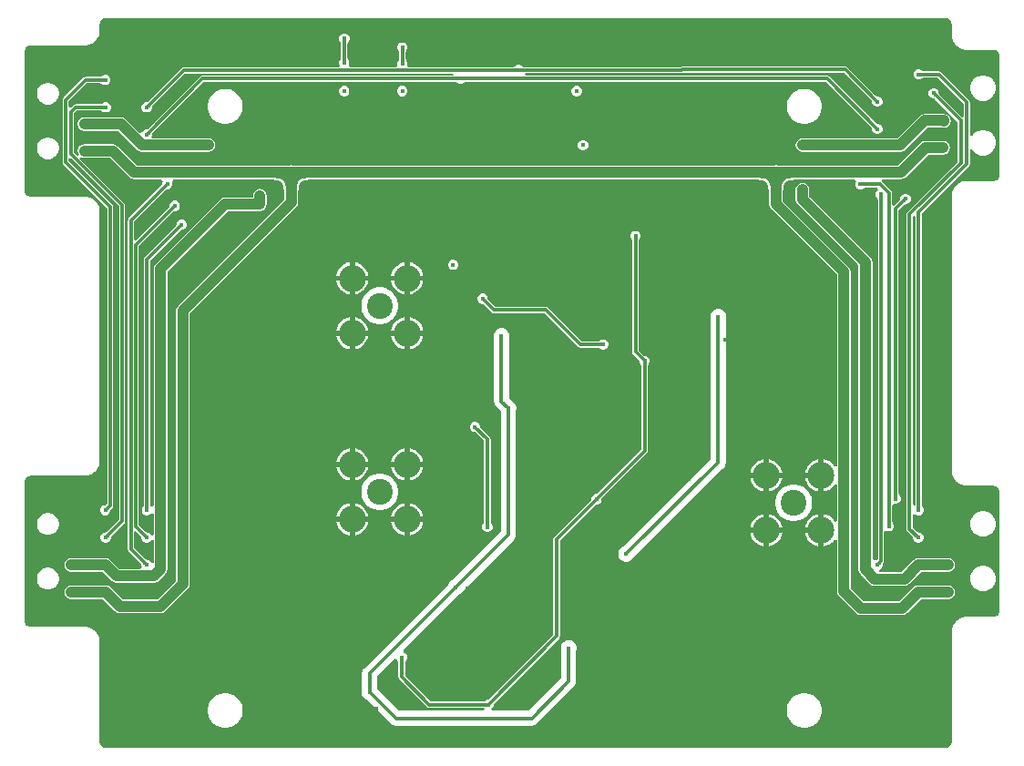
<source format=gbl>
G04*
G04 #@! TF.GenerationSoftware,Altium Limited,Altium Designer,23.0.1 (38)*
G04*
G04 Layer_Physical_Order=4*
G04 Layer_Color=16711680*
%FSLAX43Y43*%
%MOMM*%
G71*
G04*
G04 #@! TF.SameCoordinates,C917657F-03F6-454C-AC05-0521F369B23B*
G04*
G04*
G04 #@! TF.FilePolarity,Positive*
G04*
G01*
G75*
%ADD54C,2.500*%
%ADD57C,0.500*%
%ADD60C,0.345*%
%ADD62C,0.300*%
%ADD63C,1.000*%
%ADD64C,2.400*%
%ADD65C,0.450*%
%ADD66C,0.450*%
G36*
X114250Y79586D02*
X114308D01*
X114423Y79563D01*
X114530Y79519D01*
X114627Y79454D01*
X114710Y79371D01*
X114775Y79274D01*
X114819Y79167D01*
X114842Y79052D01*
X114842Y78020D01*
X114844Y78010D01*
X114843Y78000D01*
X114847Y77902D01*
X114855Y77873D01*
Y77842D01*
X114893Y77650D01*
X114908Y77613D01*
X114916Y77574D01*
X114991Y77393D01*
X115014Y77359D01*
X115029Y77322D01*
X115138Y77159D01*
X115166Y77131D01*
X115189Y77097D01*
X115327Y76959D01*
X115361Y76936D01*
X115389Y76908D01*
X115552Y76799D01*
X115589Y76784D01*
X115623Y76761D01*
X115804Y76686D01*
X115843Y76678D01*
X115880Y76663D01*
X116072Y76625D01*
X116103D01*
X116132Y76617D01*
X116230Y76613D01*
X116240Y76614D01*
X116250Y76612D01*
X118701Y76612D01*
X118759Y76612D01*
X118874Y76589D01*
X118981Y76545D01*
X119078Y76480D01*
X119161Y76397D01*
X119226Y76300D01*
X119270Y76193D01*
X119293Y76078D01*
X119293Y76020D01*
X119293Y65020D01*
Y64962D01*
X119270Y64847D01*
X119226Y64740D01*
X119161Y64643D01*
X119078Y64560D01*
X118981Y64495D01*
X118874Y64451D01*
X118759Y64428D01*
X118701Y64428D01*
X116250Y64428D01*
X116240Y64426D01*
X116230Y64427D01*
X116132Y64423D01*
X116103Y64415D01*
X116072D01*
X115880Y64377D01*
X115843Y64362D01*
X115804Y64354D01*
X115623Y64279D01*
X115589Y64256D01*
X115552Y64241D01*
X115389Y64132D01*
X115361Y64104D01*
X115327Y64081D01*
X115189Y63943D01*
X115166Y63909D01*
X115138Y63881D01*
X115029Y63718D01*
X115014Y63681D01*
X114991Y63647D01*
X114916Y63466D01*
X114908Y63427D01*
X114893Y63390D01*
X114855Y63198D01*
Y63167D01*
X114847Y63138D01*
X114843Y63040D01*
X114844Y63030D01*
X114842Y63020D01*
X114842Y37500D01*
X114844Y37490D01*
X114843Y37480D01*
X114847Y37382D01*
X114855Y37353D01*
Y37322D01*
X114893Y37130D01*
X114908Y37093D01*
X114916Y37054D01*
X114991Y36873D01*
X115014Y36839D01*
X115029Y36802D01*
X115138Y36639D01*
X115166Y36611D01*
X115189Y36577D01*
X115327Y36439D01*
X115361Y36416D01*
X115389Y36388D01*
X115552Y36279D01*
X115589Y36264D01*
X115623Y36241D01*
X115804Y36166D01*
X115843Y36158D01*
X115880Y36143D01*
X116072Y36105D01*
X116103D01*
X116132Y36097D01*
X116230Y36093D01*
X116240Y36094D01*
X116250Y36092D01*
X118701Y36092D01*
X118759Y36092D01*
X118874Y36069D01*
X118981Y36025D01*
X119078Y35960D01*
X119161Y35877D01*
X119226Y35780D01*
X119270Y35673D01*
X119293Y35558D01*
X119293Y35500D01*
X119293Y24500D01*
Y24442D01*
X119270Y24327D01*
X119226Y24220D01*
X119161Y24123D01*
X119078Y24040D01*
X118981Y23975D01*
X118874Y23931D01*
X118759Y23908D01*
X118701Y23908D01*
X116250Y23908D01*
X116240Y23906D01*
X116230Y23907D01*
X116132Y23903D01*
X116103Y23895D01*
X116072D01*
X115880Y23857D01*
X115843Y23842D01*
X115804Y23834D01*
X115623Y23759D01*
X115589Y23736D01*
X115552Y23721D01*
X115389Y23612D01*
X115361Y23584D01*
X115327Y23561D01*
X115189Y23423D01*
X115166Y23389D01*
X115138Y23361D01*
X115029Y23198D01*
X115014Y23161D01*
X114991Y23127D01*
X114916Y22946D01*
X114908Y22907D01*
X114893Y22870D01*
X114855Y22678D01*
Y22647D01*
X114847Y22618D01*
X114843Y22520D01*
X114844Y22510D01*
X114842Y22500D01*
X114842Y12327D01*
Y12268D01*
X114819Y12154D01*
X114775Y12046D01*
X114710Y11949D01*
X114627Y11867D01*
X114531Y11802D01*
X114423Y11757D01*
X114308Y11735D01*
X114250Y11735D01*
X36250Y11735D01*
X36192Y11735D01*
X36077Y11757D01*
X35970Y11802D01*
X35873Y11867D01*
X35790Y11949D01*
X35725Y12046D01*
X35681Y12154D01*
X35658Y12268D01*
Y12327D01*
X35658Y21570D01*
X35656Y21580D01*
X35657Y21590D01*
X35653Y21688D01*
X35645Y21718D01*
Y21748D01*
X35607Y21940D01*
X35592Y21977D01*
X35584Y22017D01*
X35509Y22198D01*
X35486Y22231D01*
X35471Y22268D01*
X35362Y22431D01*
X35334Y22460D01*
X35311Y22493D01*
X35173Y22632D01*
X35139Y22654D01*
X35111Y22682D01*
X34948Y22791D01*
X34911Y22807D01*
X34877Y22829D01*
X34696Y22904D01*
X34657Y22912D01*
X34620Y22927D01*
X34428Y22965D01*
X34397D01*
X34368Y22973D01*
X34270Y22978D01*
X34260Y22976D01*
X34250Y22978D01*
X29250D01*
X29192Y22978D01*
X29077Y23001D01*
X28969Y23046D01*
X28873Y23110D01*
X28790Y23193D01*
X28725Y23290D01*
X28681Y23398D01*
X28658Y23512D01*
Y23570D01*
X28658Y36430D01*
Y36488D01*
X28681Y36602D01*
X28725Y36710D01*
X28790Y36807D01*
X28872Y36890D01*
X28969Y36954D01*
X29077Y36999D01*
X29192Y37022D01*
X29250Y37022D01*
X34250Y37022D01*
X34260Y37024D01*
X34270Y37022D01*
X34368Y37027D01*
X34397Y37035D01*
X34428D01*
X34620Y37073D01*
X34657Y37088D01*
X34696Y37096D01*
X34877Y37171D01*
X34911Y37193D01*
X34948Y37209D01*
X35111Y37318D01*
X35139Y37346D01*
X35173Y37368D01*
X35311Y37507D01*
X35334Y37540D01*
X35362Y37569D01*
X35471Y37732D01*
X35486Y37769D01*
X35509Y37802D01*
X35584Y37983D01*
X35592Y38023D01*
X35607Y38060D01*
X35645Y38252D01*
Y38282D01*
X35653Y38312D01*
X35657Y38410D01*
X35656Y38420D01*
X35658Y38430D01*
X35658Y61570D01*
X35656Y61580D01*
X35657Y61590D01*
X35653Y61688D01*
X35645Y61718D01*
Y61748D01*
X35607Y61940D01*
X35592Y61977D01*
X35584Y62017D01*
X35509Y62198D01*
X35486Y62231D01*
X35471Y62268D01*
X35362Y62431D01*
X35334Y62460D01*
X35311Y62493D01*
X35173Y62632D01*
X35139Y62654D01*
X35111Y62682D01*
X34948Y62791D01*
X34911Y62807D01*
X34877Y62829D01*
X34696Y62904D01*
X34657Y62912D01*
X34620Y62927D01*
X34428Y62965D01*
X34397D01*
X34368Y62973D01*
X34270Y62978D01*
X34260Y62976D01*
X34250Y62978D01*
X29192Y62978D01*
X29077Y63001D01*
X28969Y63046D01*
X28872Y63110D01*
X28790Y63193D01*
X28725Y63290D01*
X28681Y63398D01*
X28658Y63512D01*
X28658Y63570D01*
X28658Y76430D01*
Y76488D01*
X28681Y76602D01*
X28725Y76710D01*
X28790Y76807D01*
X28872Y76890D01*
X28969Y76954D01*
X29077Y76999D01*
X29192Y77022D01*
X34250Y77022D01*
X34260Y77024D01*
X34270Y77022D01*
X34368Y77027D01*
X34397Y77035D01*
X34428D01*
X34620Y77073D01*
X34657Y77088D01*
X34696Y77096D01*
X34877Y77171D01*
X34911Y77193D01*
X34948Y77209D01*
X35111Y77318D01*
X35139Y77346D01*
X35173Y77368D01*
X35311Y77507D01*
X35334Y77540D01*
X35362Y77569D01*
X35471Y77732D01*
X35486Y77769D01*
X35509Y77802D01*
X35584Y77983D01*
X35592Y78023D01*
X35607Y78060D01*
X35645Y78252D01*
Y78282D01*
X35653Y78312D01*
X35657Y78410D01*
X35656Y78420D01*
X35658Y78430D01*
X35658Y78994D01*
X35658Y78994D01*
X35658Y78994D01*
X35658Y79052D01*
X35681Y79167D01*
X35725Y79274D01*
X35790Y79371D01*
X35873Y79454D01*
X35970Y79519D01*
X36077Y79563D01*
X36192Y79586D01*
X36250Y79586D01*
X114231Y79586D01*
X114250Y79586D01*
X114250Y79586D01*
X114250Y79586D01*
D02*
G37*
%LPC*%
G36*
X58493Y78134D02*
X58302D01*
X58126Y78061D01*
X57992Y77927D01*
X57919Y77751D01*
Y77560D01*
X57992Y77384D01*
X58026Y77349D01*
X58028Y77324D01*
X58034Y77312D01*
X58037Y77298D01*
X58051Y77276D01*
X58062Y77253D01*
X58073Y77243D01*
X58081Y77232D01*
X58093Y77224D01*
Y75847D01*
X58081Y75839D01*
X58081Y75839D01*
X58081Y75839D01*
X58059Y75806D01*
X58037Y75773D01*
X58037Y75773D01*
X58037Y75773D01*
X58029Y75734D01*
X58026Y75720D01*
X57969Y75663D01*
X57896Y75487D01*
Y75297D01*
X57943Y75182D01*
X57863Y75018D01*
X57826Y74982D01*
X43465D01*
X43465Y74982D01*
X43357Y74961D01*
X43265Y74900D01*
X40157Y71791D01*
X40143Y71794D01*
X40143Y71794D01*
X40143Y71794D01*
X40104Y71786D01*
X40065Y71779D01*
X40065Y71779D01*
X40065Y71779D01*
X40032Y71756D01*
X40020Y71749D01*
X39939D01*
X39763Y71676D01*
X39629Y71541D01*
X39556Y71365D01*
Y71175D01*
X39629Y70999D01*
X39763Y70864D01*
X39939Y70791D01*
X40130D01*
X40306Y70864D01*
X40441Y70999D01*
X40514Y71175D01*
Y71254D01*
X40524Y71271D01*
X40543Y71300D01*
X40544Y71305D01*
X40547Y71310D01*
X40552Y71344D01*
X40559Y71378D01*
X40558Y71383D01*
X40559Y71389D01*
X40557Y71393D01*
X43582Y74418D01*
X68455D01*
X68575Y74225D01*
X68541Y74207D01*
X45215D01*
X45214Y74207D01*
X45106Y74186D01*
X45015Y74125D01*
X40141Y69251D01*
X40128Y69254D01*
X40128Y69254D01*
X40128Y69254D01*
X40089Y69246D01*
X40050Y69239D01*
X40050Y69239D01*
X40049Y69239D01*
X40017Y69217D01*
X40005Y69209D01*
X39924D01*
X39748Y69136D01*
X39613Y69001D01*
X39595Y68957D01*
X39359Y68910D01*
X38117Y70152D01*
X37910Y70291D01*
X37665Y70339D01*
X34225D01*
X33980Y70291D01*
X33773Y70152D01*
X33634Y69945D01*
X33586Y69700D01*
X33634Y69455D01*
X33773Y69248D01*
X33980Y69109D01*
X34225Y69061D01*
X37400D01*
X39171Y67290D01*
X39379Y67151D01*
X39623Y67102D01*
X45746D01*
X45990Y67151D01*
X46198Y67290D01*
X46336Y67497D01*
X46385Y67742D01*
X46336Y67986D01*
X46198Y68194D01*
X45990Y68332D01*
X45746Y68381D01*
X40609D01*
X40476Y68581D01*
X40499Y68635D01*
Y68714D01*
X40509Y68731D01*
X40528Y68760D01*
X40529Y68765D01*
X40532Y68770D01*
X40537Y68804D01*
X40544Y68838D01*
X40542Y68843D01*
X40543Y68849D01*
X40542Y68853D01*
X45331Y73643D01*
X68733D01*
X68740Y73631D01*
X68740Y73631D01*
X68741Y73631D01*
X68774Y73609D01*
X68806Y73587D01*
X68807Y73587D01*
X68807Y73587D01*
X68846Y73579D01*
X68859Y73576D01*
X68916Y73519D01*
X69092Y73446D01*
X69283D01*
X69459Y73519D01*
X69515Y73575D01*
X69534Y73580D01*
X69568Y73587D01*
X69573Y73590D01*
X69578Y73591D01*
X69606Y73612D01*
X69634Y73631D01*
X69637Y73635D01*
X69642Y73639D01*
X69644Y73643D01*
X103139D01*
X107410Y69372D01*
X107407Y69359D01*
X107407Y69358D01*
X107407Y69358D01*
X107415Y69319D01*
X107423Y69280D01*
X107423Y69280D01*
X107423Y69280D01*
X107445Y69247D01*
X107452Y69236D01*
Y69155D01*
X107525Y68979D01*
X107660Y68844D01*
X107836Y68771D01*
X108027D01*
X108203Y68844D01*
X108337Y68979D01*
X108410Y69155D01*
Y69345D01*
X108337Y69521D01*
X108203Y69656D01*
X108027Y69729D01*
X107947D01*
X107930Y69739D01*
X107901Y69758D01*
X107896Y69760D01*
X107891Y69762D01*
X107857Y69767D01*
X107823Y69774D01*
X107818Y69773D01*
X107813Y69774D01*
X107808Y69773D01*
X103456Y74125D01*
X103364Y74186D01*
X103256Y74207D01*
X103256Y74207D01*
X75263D01*
X75180Y74407D01*
X75205Y74433D01*
X89753D01*
X89753Y74433D01*
X89753Y74433D01*
X89753D01*
X89803Y74443D01*
X89861Y74454D01*
X89861Y74454D01*
X89861Y74454D01*
X89907Y74485D01*
X89918Y74493D01*
X104814D01*
X107395Y71912D01*
X107392Y71899D01*
X107392Y71898D01*
X107392Y71898D01*
X107400Y71859D01*
X107407Y71820D01*
X107407Y71820D01*
X107408Y71820D01*
X107430Y71787D01*
X107437Y71776D01*
Y71695D01*
X107510Y71519D01*
X107645Y71384D01*
X107821Y71311D01*
X108011D01*
X108187Y71384D01*
X108322Y71519D01*
X108395Y71695D01*
Y71885D01*
X108322Y72061D01*
X108187Y72196D01*
X108011Y72269D01*
X107932D01*
X107915Y72279D01*
X107886Y72299D01*
X107881Y72300D01*
X107876Y72302D01*
X107842Y72307D01*
X107808Y72314D01*
X107803Y72313D01*
X107797Y72314D01*
X107793Y72313D01*
X105131Y74975D01*
X105039Y75036D01*
X104931Y75057D01*
X104931Y75057D01*
X89813D01*
X89759Y75047D01*
X89705Y75036D01*
X89705Y75036D01*
X89705Y75036D01*
X89658Y75005D01*
X89647Y74997D01*
X75049D01*
X75041Y75009D01*
X75041Y75009D01*
X75041Y75009D01*
X75008Y75031D01*
X74975Y75053D01*
X74975Y75053D01*
X74975Y75053D01*
X74936Y75061D01*
X74922Y75064D01*
X74865Y75121D01*
X74689Y75194D01*
X74498D01*
X74322Y75121D01*
X74252Y75051D01*
X74231Y75044D01*
X74200Y75038D01*
X74193Y75033D01*
X74184Y75031D01*
X74160Y75011D01*
X74134Y74994D01*
X74129Y74986D01*
X74124Y74982D01*
X64370D01*
X64239Y75182D01*
X64263Y75240D01*
Y75430D01*
X64190Y75606D01*
X64134Y75662D01*
X64129Y75682D01*
X64122Y75716D01*
X64119Y75720D01*
X64118Y75726D01*
X64097Y75753D01*
X64078Y75782D01*
X64073Y75785D01*
X64070Y75789D01*
X64066Y75792D01*
Y76370D01*
X64077Y76378D01*
X64078Y76378D01*
X64078Y76378D01*
X64100Y76411D01*
X64122Y76444D01*
X64122Y76444D01*
X64122Y76444D01*
X64130Y76483D01*
X64132Y76496D01*
X64190Y76554D01*
X64263Y76730D01*
Y76920D01*
X64190Y77096D01*
X64055Y77231D01*
X63879Y77304D01*
X63688D01*
X63512Y77231D01*
X63378Y77096D01*
X63305Y76920D01*
Y76730D01*
X63378Y76554D01*
X63433Y76498D01*
X63438Y76478D01*
X63445Y76444D01*
X63448Y76440D01*
X63450Y76434D01*
X63470Y76407D01*
X63489Y76378D01*
X63494Y76375D01*
X63497Y76371D01*
X63501Y76368D01*
Y75790D01*
X63490Y75783D01*
X63490Y75782D01*
X63489Y75782D01*
X63467Y75749D01*
X63445Y75716D01*
X63445Y75716D01*
X63445Y75716D01*
X63438Y75677D01*
X63435Y75664D01*
X63378Y75606D01*
X63305Y75430D01*
Y75240D01*
X63328Y75182D01*
X63198Y74982D01*
X58924D01*
X58887Y75018D01*
X58807Y75182D01*
X58854Y75297D01*
Y75487D01*
X58781Y75663D01*
X58725Y75719D01*
X58720Y75739D01*
X58713Y75773D01*
X58710Y75777D01*
X58709Y75782D01*
X58688Y75810D01*
X58669Y75839D01*
X58665Y75842D01*
X58661Y75846D01*
X58657Y75849D01*
Y77182D01*
X58668Y77190D01*
X58683Y77212D01*
X58701Y77232D01*
X58705Y77244D01*
X58713Y77256D01*
X58718Y77282D01*
X58727Y77307D01*
X58727Y77307D01*
X58804Y77384D01*
X58877Y77560D01*
Y77751D01*
X58804Y77927D01*
X58669Y78061D01*
X58493Y78134D01*
D02*
G37*
G36*
X36280Y74289D02*
X36089D01*
X35913Y74216D01*
X35857Y74160D01*
X35837Y74155D01*
X35804Y74148D01*
X35799Y74145D01*
X35794Y74144D01*
X35766Y74123D01*
X35737Y74104D01*
X35734Y74100D01*
X35730Y74096D01*
X35728Y74092D01*
X34335D01*
X34335Y74092D01*
X34227Y74071D01*
X34135Y74010D01*
X32289Y72164D01*
X32289Y72164D01*
X32228Y72072D01*
X32207Y71964D01*
X32207Y71964D01*
Y66150D01*
X32207Y66150D01*
X32228Y66042D01*
X32289Y65950D01*
X36368Y61872D01*
Y34513D01*
X36306Y34365D01*
X36292Y34334D01*
X36254Y34326D01*
X36215Y34319D01*
X36215Y34319D01*
X36214Y34319D01*
X36181Y34297D01*
X36170Y34289D01*
X36089D01*
X35913Y34216D01*
X35778Y34081D01*
X35705Y33905D01*
Y33715D01*
X35778Y33539D01*
X35913Y33404D01*
X36089Y33331D01*
X36280D01*
X36456Y33404D01*
X36590Y33539D01*
X36663Y33715D01*
Y33794D01*
X36674Y33811D01*
X36693Y33840D01*
X36694Y33845D01*
X36697Y33850D01*
X36702Y33884D01*
X36708Y33918D01*
X36707Y33923D01*
X36708Y33929D01*
X36707Y33933D01*
X36850Y34076D01*
X36850Y34076D01*
X36911Y34168D01*
X36932Y34276D01*
Y61989D01*
X36932Y61989D01*
X36911Y62097D01*
X36850Y62188D01*
X32771Y66267D01*
Y66471D01*
X32971Y66554D01*
X37443Y62083D01*
Y32900D01*
X36334Y31791D01*
X36321Y31794D01*
X36320Y31794D01*
X36320Y31794D01*
X36282Y31786D01*
X36243Y31779D01*
X36242Y31779D01*
X36242Y31779D01*
X36209Y31757D01*
X36198Y31749D01*
X36117D01*
X35941Y31676D01*
X35806Y31541D01*
X35733Y31365D01*
Y31175D01*
X35806Y30999D01*
X35941Y30864D01*
X36117Y30791D01*
X36307D01*
X36484Y30864D01*
X36618Y30999D01*
X36691Y31175D01*
Y31254D01*
X36702Y31271D01*
X36721Y31300D01*
X36722Y31305D01*
X36725Y31310D01*
X36729Y31344D01*
X36736Y31378D01*
X36735Y31383D01*
X36736Y31389D01*
X36735Y31393D01*
X37925Y32583D01*
X37925Y32583D01*
X37986Y32675D01*
X38007Y32783D01*
Y62200D01*
X37986Y62308D01*
X37925Y62400D01*
X37925Y62400D01*
X33780Y66544D01*
X33907Y66700D01*
X34005Y66634D01*
X34250Y66586D01*
X35324D01*
X35450Y66561D01*
X36610D01*
X38423Y64748D01*
X38630Y64609D01*
X38875Y64561D01*
X41392D01*
X41433Y64519D01*
X41509Y64361D01*
X41460Y64243D01*
Y64163D01*
X41449Y64146D01*
X41430Y64117D01*
X41429Y64112D01*
X41426Y64107D01*
X41421Y64073D01*
X41415Y64039D01*
X41416Y64034D01*
X41415Y64029D01*
X41416Y64024D01*
X38350Y60958D01*
X38289Y60867D01*
X38268Y60759D01*
X38268Y60759D01*
Y30200D01*
X38268Y30200D01*
X38289Y30091D01*
X38350Y30000D01*
X39498Y28852D01*
X39495Y28839D01*
X39496Y28838D01*
X39495Y28838D01*
X39503Y28799D01*
X39511Y28761D01*
X39511Y28760D01*
X39511Y28760D01*
X39533Y28727D01*
X39541Y28716D01*
Y28635D01*
X39580Y28539D01*
X39472Y28339D01*
X37515D01*
X36673Y29182D01*
X36673Y29182D01*
X36528Y29279D01*
X36465Y29321D01*
X36465D01*
X36465Y29321D01*
X36318Y29350D01*
X36221Y29369D01*
X36221Y29369D01*
X36221Y29369D01*
X33010D01*
X32765Y29321D01*
X32558Y29182D01*
X32419Y28975D01*
X32371Y28730D01*
X32419Y28485D01*
X32558Y28278D01*
X32765Y28139D01*
X33010Y28091D01*
X35956D01*
X36799Y27248D01*
X36799Y27248D01*
X36799Y27248D01*
X36881Y27193D01*
X37006Y27109D01*
X37006Y27109D01*
X37006Y27109D01*
X37251Y27061D01*
X37251Y27061D01*
X37251Y27061D01*
X40714D01*
X40959Y27109D01*
X41166Y27248D01*
X41752Y27834D01*
X41891Y28041D01*
X41939Y28286D01*
Y55985D01*
X47571Y61616D01*
X50550D01*
X50795Y61665D01*
X51002Y61804D01*
X51141Y62011D01*
X51189Y62256D01*
Y63050D01*
X51141Y63295D01*
X51002Y63502D01*
X50795Y63641D01*
X50550Y63689D01*
X50305Y63641D01*
X50098Y63502D01*
X49959Y63295D01*
X49911Y63050D01*
Y62895D01*
X47306D01*
X47061Y62846D01*
X46854Y62708D01*
X40848Y56702D01*
X40709Y56495D01*
X40661Y56250D01*
Y34251D01*
X40461Y34141D01*
X40383Y34191D01*
X40380Y34195D01*
X40378Y34201D01*
X40358Y34228D01*
X40339Y34257D01*
X40334Y34260D01*
X40331Y34264D01*
X40327Y34267D01*
Y57013D01*
X43154Y59839D01*
X43167Y59837D01*
X43167Y59837D01*
X43167Y59837D01*
X43206Y59844D01*
X43245Y59852D01*
X43245Y59852D01*
X43245Y59852D01*
X43278Y59874D01*
X43290Y59882D01*
X43371D01*
X43547Y59955D01*
X43682Y60089D01*
X43754Y60265D01*
Y60456D01*
X43682Y60632D01*
X43547Y60767D01*
X43371Y60840D01*
X43180D01*
X43004Y60767D01*
X42869Y60632D01*
X42796Y60456D01*
Y60377D01*
X42786Y60359D01*
X42767Y60331D01*
X42766Y60325D01*
X42763Y60321D01*
X42758Y60286D01*
X42751Y60253D01*
X42752Y60247D01*
X42752Y60242D01*
X42753Y60237D01*
X39845Y57329D01*
X39783Y57238D01*
X39762Y57130D01*
X39762Y57130D01*
Y34265D01*
X39751Y34257D01*
X39750Y34257D01*
X39750Y34257D01*
X39728Y34224D01*
X39706Y34191D01*
X39706Y34191D01*
X39706Y34191D01*
X39698Y34152D01*
X39696Y34139D01*
X39638Y34081D01*
X39565Y33905D01*
Y33715D01*
X39638Y33539D01*
X39773Y33404D01*
X39949Y33331D01*
X40140D01*
X40316Y33404D01*
X40450Y33539D01*
X40461Y33564D01*
X40661Y33524D01*
Y31533D01*
X40461Y31493D01*
X40441Y31541D01*
X40306Y31676D01*
X40130Y31749D01*
X40051D01*
X40033Y31759D01*
X40005Y31779D01*
X39999Y31780D01*
X39995Y31782D01*
X39961Y31787D01*
X39927Y31794D01*
X39921Y31793D01*
X39916Y31794D01*
X39912Y31793D01*
X39282Y32422D01*
Y58367D01*
X42503Y61588D01*
X42516Y61585D01*
X42517Y61585D01*
X42517Y61585D01*
X42556Y61593D01*
X42595Y61600D01*
X42595Y61600D01*
X42595Y61600D01*
X42628Y61622D01*
X42639Y61630D01*
X42720D01*
X42896Y61703D01*
X43031Y61838D01*
X43104Y62014D01*
Y62204D01*
X43031Y62380D01*
X42896Y62515D01*
X42720Y62588D01*
X42530D01*
X42354Y62515D01*
X42219Y62380D01*
X42146Y62204D01*
Y62125D01*
X42136Y62108D01*
X42116Y62079D01*
X42115Y62074D01*
X42113Y62069D01*
X42108Y62035D01*
X42101Y62001D01*
X42102Y61996D01*
X42101Y61990D01*
X42102Y61986D01*
X39017Y58901D01*
X38832Y58977D01*
Y60642D01*
X41817Y63626D01*
X41830Y63623D01*
X41830Y63623D01*
X41831Y63623D01*
X41869Y63631D01*
X41908Y63639D01*
X41909Y63639D01*
X41909Y63639D01*
X41942Y63661D01*
X41953Y63668D01*
X42034D01*
X42210Y63741D01*
X42345Y63876D01*
X42418Y64052D01*
Y64243D01*
X42369Y64361D01*
X42444Y64519D01*
X42486Y64561D01*
X51802D01*
X51819Y64548D01*
X51837Y64531D01*
X51850Y64525D01*
X51862Y64516D01*
X51887Y64510D01*
X51910Y64500D01*
X51925Y64500D01*
X51939Y64496D01*
X52117Y64487D01*
X52260Y64462D01*
X52379Y64422D01*
X52476Y64370D01*
X52555Y64305D01*
X52620Y64226D01*
X52672Y64129D01*
X52712Y64010D01*
X52737Y63867D01*
X52746Y63689D01*
X52755Y63656D01*
X52762Y63622D01*
X52765Y63617D01*
X52766Y63612D01*
X52787Y63585D01*
X52806Y63556D01*
X52810Y63553D01*
X52811Y63552D01*
Y62690D01*
X42948Y52827D01*
X42809Y52620D01*
X42761Y52375D01*
Y27240D01*
X41035Y25514D01*
X37815D01*
X36687Y26642D01*
X36480Y26781D01*
X36235Y26829D01*
X33010D01*
X32765Y26781D01*
X32558Y26642D01*
X32419Y26435D01*
X32371Y26190D01*
X32419Y25945D01*
X32558Y25738D01*
X32765Y25599D01*
X33010Y25551D01*
X35970D01*
X37098Y24423D01*
X37305Y24284D01*
X37550Y24236D01*
X41300D01*
X41545Y24284D01*
X41752Y24423D01*
X43852Y26523D01*
X43991Y26730D01*
X44039Y26975D01*
Y52110D01*
X53902Y61973D01*
X54041Y62180D01*
X54089Y62425D01*
Y63552D01*
X54090Y63553D01*
X54094Y63556D01*
X54113Y63585D01*
X54134Y63612D01*
X54135Y63617D01*
X54138Y63622D01*
X54145Y63656D01*
X54154Y63689D01*
X54163Y63867D01*
X54188Y64010D01*
X54228Y64129D01*
X54280Y64226D01*
X54345Y64305D01*
X54424Y64370D01*
X54521Y64422D01*
X54640Y64462D01*
X54783Y64487D01*
X54961Y64496D01*
X54975Y64500D01*
X54990Y64500D01*
X55013Y64510D01*
X55038Y64516D01*
X55050Y64525D01*
X55063Y64531D01*
X55081Y64548D01*
X55098Y64561D01*
X65683D01*
X65700Y64564D01*
X65716Y64561D01*
X96852D01*
X96869Y64548D01*
X96887Y64531D01*
X96900Y64525D01*
X96912Y64516D01*
X96937Y64510D01*
X96960Y64500D01*
X96975Y64500D01*
X96989Y64496D01*
X97167Y64487D01*
X97310Y64462D01*
X97429Y64422D01*
X97526Y64370D01*
X97605Y64305D01*
X97670Y64226D01*
X97722Y64129D01*
X97762Y64010D01*
X97787Y63867D01*
X97796Y63689D01*
X97805Y63656D01*
X97812Y63622D01*
X97815Y63617D01*
X97816Y63612D01*
X97837Y63585D01*
X97856Y63556D01*
X97860Y63553D01*
X97861Y63552D01*
Y62300D01*
X97909Y62055D01*
X98048Y61848D01*
X104161Y55735D01*
Y37931D01*
X103961Y37870D01*
X103868Y38009D01*
X103659Y38218D01*
X103412Y38383D01*
X103139Y38496D01*
X102950Y38534D01*
Y37050D01*
Y35566D01*
X103139Y35604D01*
X103412Y35717D01*
X103659Y35882D01*
X103868Y36091D01*
X103961Y36230D01*
X104161Y36169D01*
Y32831D01*
X103961Y32770D01*
X103868Y32909D01*
X103659Y33118D01*
X103412Y33283D01*
X103139Y33396D01*
X102950Y33434D01*
Y31950D01*
Y30466D01*
X103139Y30504D01*
X103412Y30617D01*
X103659Y30782D01*
X103868Y30991D01*
X103961Y31130D01*
X104161Y31069D01*
Y26300D01*
X104209Y26055D01*
X104348Y25848D01*
X105923Y24273D01*
X106130Y24134D01*
X106375Y24086D01*
X110251D01*
X110495Y24134D01*
X110703Y24273D01*
X111981Y25551D01*
X114517D01*
X114762Y25599D01*
X114969Y25738D01*
X115108Y25945D01*
X115156Y26190D01*
X115108Y26435D01*
X114969Y26642D01*
X114762Y26781D01*
X114517Y26829D01*
X111716D01*
X111471Y26781D01*
X111264Y26642D01*
X109986Y25364D01*
X106640D01*
X105439Y26565D01*
Y56000D01*
X105391Y56245D01*
X105252Y56452D01*
X99139Y62565D01*
Y63552D01*
X99140Y63553D01*
X99144Y63556D01*
X99163Y63585D01*
X99184Y63612D01*
X99185Y63617D01*
X99188Y63622D01*
X99195Y63656D01*
X99204Y63689D01*
X99213Y63867D01*
X99238Y64010D01*
X99278Y64129D01*
X99330Y64226D01*
X99395Y64305D01*
X99474Y64370D01*
X99571Y64422D01*
X99690Y64462D01*
X99833Y64487D01*
X100011Y64496D01*
X100025Y64500D01*
X100040Y64500D01*
X100063Y64510D01*
X100088Y64516D01*
X100100Y64525D01*
X100113Y64531D01*
X100131Y64548D01*
X100148Y64561D01*
X105850D01*
X105944Y64371D01*
X105871Y64195D01*
Y64005D01*
X105944Y63829D01*
X106079Y63694D01*
X106255Y63621D01*
X106445D01*
X106621Y63694D01*
X106677Y63750D01*
X106697Y63755D01*
X106731Y63762D01*
X106735Y63765D01*
X106741Y63766D01*
X106768Y63787D01*
X106797Y63806D01*
X106800Y63810D01*
X106804Y63814D01*
X106807Y63818D01*
X107929D01*
X107947Y63784D01*
X107979Y63581D01*
X107844Y63446D01*
X107771Y63270D01*
Y63080D01*
X107844Y62904D01*
X107900Y62848D01*
X107905Y62828D01*
X107912Y62794D01*
X107915Y62790D01*
X107916Y62784D01*
X107937Y62757D01*
X107956Y62728D01*
X107960Y62725D01*
X107964Y62721D01*
X107968Y62718D01*
Y29255D01*
X107962Y29249D01*
X107940Y29241D01*
X107916Y29236D01*
X107903Y29226D01*
X107888Y29221D01*
X107876Y29209D01*
X107836D01*
X107660Y29136D01*
X107464Y29223D01*
Y56876D01*
X107416Y57120D01*
X107277Y57328D01*
X101614Y62990D01*
Y63600D01*
X101566Y63845D01*
X101427Y64052D01*
X101220Y64191D01*
X100975Y64239D01*
X100730Y64191D01*
X100523Y64052D01*
X100384Y63845D01*
X100336Y63600D01*
Y62726D01*
X100384Y62481D01*
X100523Y62274D01*
X106186Y56611D01*
Y28300D01*
X106234Y28055D01*
X106373Y27848D01*
X107248Y26973D01*
X107455Y26834D01*
X107700Y26786D01*
X110425D01*
X110670Y26834D01*
X110877Y26973D01*
X111995Y28091D01*
X114517D01*
X114762Y28139D01*
X114969Y28278D01*
X115108Y28485D01*
X115156Y28730D01*
X115108Y28975D01*
X114969Y29182D01*
X114762Y29321D01*
X114517Y29369D01*
X111730D01*
X111485Y29321D01*
X111278Y29182D01*
X110160Y28064D01*
X108137D01*
X108108Y28130D01*
X108183Y28316D01*
X108203Y28324D01*
X108337Y28459D01*
X108410Y28635D01*
Y28754D01*
X108414Y28757D01*
X108423Y28778D01*
X108435Y28797D01*
X108439Y28814D01*
X108446Y28830D01*
X108446Y28852D01*
X108450Y28875D01*
X108448Y28888D01*
X108450Y28890D01*
X108450Y28890D01*
X108511Y28981D01*
X108532Y29089D01*
Y31832D01*
X108729Y31919D01*
X108905Y31846D01*
X109095D01*
X109271Y31919D01*
X109406Y32054D01*
X109479Y32230D01*
Y32420D01*
X109406Y32596D01*
X109350Y32652D01*
X109345Y32672D01*
X109338Y32706D01*
X109335Y32710D01*
X109334Y32716D01*
X109313Y32743D01*
X109294Y32772D01*
X109290Y32775D01*
X109286Y32779D01*
X109282Y32782D01*
Y34284D01*
X109482Y34417D01*
X109534Y34396D01*
X109724D01*
X109900Y34469D01*
X110035Y34604D01*
X110108Y34780D01*
Y34970D01*
X110035Y35146D01*
X109974Y35207D01*
X109971Y35223D01*
X109963Y35260D01*
X109962Y35262D01*
X109961Y35264D01*
X109940Y35295D01*
X109919Y35326D01*
X109917Y35327D01*
X109916Y35329D01*
X109907Y35334D01*
Y61708D01*
X110428Y62229D01*
X110441Y62226D01*
X110442Y62226D01*
X110442Y62226D01*
X110481Y62234D01*
X110519Y62241D01*
X110520Y62241D01*
X110520Y62241D01*
X110553Y62264D01*
X110564Y62271D01*
X110645D01*
X110821Y62344D01*
X110956Y62479D01*
X111029Y62655D01*
Y62845D01*
X110956Y63021D01*
X110821Y63156D01*
X110645Y63229D01*
X110455D01*
X110279Y63156D01*
X110144Y63021D01*
X110071Y62845D01*
Y62766D01*
X110061Y62749D01*
X110041Y62720D01*
X110040Y62715D01*
X110038Y62710D01*
X110033Y62676D01*
X110026Y62642D01*
X110027Y62637D01*
X110026Y62631D01*
X110027Y62627D01*
X109482Y62082D01*
X109282Y62163D01*
Y63315D01*
X109282Y63315D01*
X109261Y63423D01*
X109200Y63514D01*
X109200Y63514D01*
X108414Y64300D01*
X108323Y64361D01*
X108343Y64561D01*
X110088D01*
X110332Y64609D01*
X110540Y64748D01*
X112050Y66258D01*
X112050Y66258D01*
X112653Y66861D01*
X114050D01*
X114295Y66909D01*
X114502Y67048D01*
X114641Y67255D01*
X114689Y67500D01*
X114641Y67745D01*
X114502Y67952D01*
X114295Y68091D01*
X114050Y68139D01*
X112388D01*
X112143Y68091D01*
X111936Y67952D01*
X111146Y67162D01*
X111146Y67162D01*
X109823Y65839D01*
X98659D01*
X98613Y65870D01*
X98576Y65885D01*
X98540Y65900D01*
X98540D01*
X98540Y65900D01*
X98500Y65900D01*
X98460Y65900D01*
X98460Y65900D01*
X98460D01*
X98423Y65885D01*
X98387Y65870D01*
X98341Y65839D01*
X65783D01*
X65700Y65856D01*
X65616Y65839D01*
X53609D01*
X53563Y65870D01*
X53526Y65885D01*
X53490Y65900D01*
X53490D01*
X53490Y65900D01*
X53450Y65900D01*
X53410Y65900D01*
X53410Y65900D01*
X53410D01*
X53373Y65885D01*
X53337Y65870D01*
X53291Y65839D01*
X39140D01*
X37327Y67652D01*
X37120Y67791D01*
X36875Y67839D01*
X35551D01*
X35425Y67864D01*
X34250D01*
X34005Y67816D01*
X33798Y67677D01*
X33659Y67470D01*
X33611Y67225D01*
X33659Y66980D01*
X33725Y66882D01*
X33569Y66755D01*
X33274Y67051D01*
Y70724D01*
X33537Y70988D01*
X35757D01*
X35765Y70976D01*
X35765Y70976D01*
X35765Y70976D01*
X35798Y70954D01*
X35831Y70932D01*
X35831Y70932D01*
X35831Y70932D01*
X35870Y70924D01*
X35884Y70921D01*
X35941Y70864D01*
X36117Y70791D01*
X36307D01*
X36484Y70864D01*
X36618Y70999D01*
X36691Y71175D01*
Y71365D01*
X36618Y71541D01*
X36484Y71676D01*
X36307Y71749D01*
X36117D01*
X35941Y71676D01*
X35885Y71620D01*
X35865Y71615D01*
X35831Y71608D01*
X35827Y71605D01*
X35822Y71604D01*
X35794Y71583D01*
X35765Y71564D01*
X35762Y71560D01*
X35758Y71556D01*
X35756Y71552D01*
X33420D01*
X33312Y71531D01*
X33220Y71470D01*
X32971Y71221D01*
X32771Y71304D01*
Y71847D01*
X34452Y73528D01*
X35729D01*
X35737Y73516D01*
X35737Y73516D01*
X35737Y73516D01*
X35771Y73494D01*
X35803Y73472D01*
X35803Y73472D01*
X35804Y73472D01*
X35842Y73464D01*
X35856Y73461D01*
X35913Y73404D01*
X36089Y73331D01*
X36280D01*
X36456Y73404D01*
X36590Y73539D01*
X36663Y73715D01*
Y73905D01*
X36590Y74081D01*
X36456Y74216D01*
X36280Y74289D01*
D02*
G37*
G36*
X80093Y73254D02*
X79902D01*
X79726Y73181D01*
X79591Y73046D01*
X79518Y72870D01*
Y72680D01*
X79591Y72504D01*
X79726Y72369D01*
X79902Y72296D01*
X80093D01*
X80269Y72369D01*
X80403Y72504D01*
X80476Y72680D01*
Y72870D01*
X80403Y73046D01*
X80269Y73181D01*
X80093Y73254D01*
D02*
G37*
G36*
X63877D02*
X63686D01*
X63510Y73181D01*
X63375Y73046D01*
X63302Y72870D01*
Y72680D01*
X63375Y72504D01*
X63510Y72369D01*
X63686Y72296D01*
X63877D01*
X64053Y72369D01*
X64187Y72504D01*
X64260Y72680D01*
Y72870D01*
X64187Y73046D01*
X64053Y73181D01*
X63877Y73254D01*
D02*
G37*
G36*
X58470D02*
X58280D01*
X58104Y73181D01*
X57969Y73046D01*
X57896Y72870D01*
Y72680D01*
X57969Y72504D01*
X58104Y72369D01*
X58280Y72296D01*
X58470D01*
X58646Y72369D01*
X58781Y72504D01*
X58854Y72680D01*
Y72870D01*
X58781Y73046D01*
X58646Y73181D01*
X58470Y73254D01*
D02*
G37*
G36*
X117906Y74245D02*
X117594D01*
X117293Y74164D01*
X117022Y74008D01*
X116802Y73788D01*
X116646Y73517D01*
X116565Y73216D01*
Y72904D01*
X116646Y72603D01*
X116802Y72332D01*
X117022Y72112D01*
X117293Y71956D01*
X117594Y71875D01*
X117906D01*
X118207Y71956D01*
X118478Y72112D01*
X118698Y72332D01*
X118854Y72603D01*
X118935Y72904D01*
Y73216D01*
X118854Y73517D01*
X118698Y73788D01*
X118478Y74008D01*
X118207Y74164D01*
X117906Y74245D01*
D02*
G37*
G36*
X30975Y73560D02*
X30707D01*
X30447Y73490D01*
X30215Y73356D01*
X30025Y73166D01*
X29891Y72934D01*
X29821Y72674D01*
Y72406D01*
X29891Y72146D01*
X30025Y71914D01*
X30215Y71724D01*
X30447Y71590D01*
X30707Y71520D01*
X30975D01*
X31235Y71590D01*
X31467Y71724D01*
X31657Y71914D01*
X31791Y72146D01*
X31861Y72406D01*
Y72674D01*
X31791Y72934D01*
X31657Y73166D01*
X31467Y73356D01*
X31235Y73490D01*
X30975Y73560D01*
D02*
G37*
G36*
X111862Y74809D02*
X111671D01*
X111495Y74736D01*
X111360Y74601D01*
X111287Y74425D01*
Y74235D01*
X111360Y74059D01*
X111495Y73924D01*
X111671Y73851D01*
X111862D01*
X112038Y73924D01*
X112094Y73980D01*
X112113Y73985D01*
X112147Y73992D01*
X112152Y73995D01*
X112157Y73996D01*
X112185Y74017D01*
X112213Y74036D01*
X112216Y74040D01*
X112221Y74044D01*
X112223Y74048D01*
X113528D01*
X115968Y71608D01*
Y70440D01*
X115768Y70357D01*
X113671Y72453D01*
X113674Y72466D01*
X113674Y72467D01*
X113674Y72467D01*
X113666Y72506D01*
X113659Y72545D01*
X113659Y72545D01*
X113659Y72545D01*
X113636Y72578D01*
X113629Y72589D01*
Y72670D01*
X113556Y72846D01*
X113421Y72981D01*
X113245Y73054D01*
X113055D01*
X112879Y72981D01*
X112744Y72846D01*
X112671Y72670D01*
Y72480D01*
X112744Y72304D01*
X112879Y72169D01*
X113055Y72096D01*
X113134D01*
X113151Y72086D01*
X113180Y72066D01*
X113185Y72065D01*
X113190Y72063D01*
X113224Y72058D01*
X113258Y72051D01*
X113263Y72052D01*
X113269Y72051D01*
X113273Y72052D01*
X115393Y69933D01*
Y66178D01*
X110725Y61511D01*
X110664Y61419D01*
X110643Y61311D01*
X110643Y61311D01*
Y32084D01*
X110643Y32084D01*
X110664Y31976D01*
X110725Y31884D01*
X111217Y31392D01*
X111215Y31379D01*
X111215Y31378D01*
X111215Y31378D01*
X111222Y31339D01*
X111230Y31301D01*
X111230Y31300D01*
X111230Y31300D01*
X111252Y31267D01*
X111260Y31256D01*
Y31175D01*
X111333Y30999D01*
X111467Y30864D01*
X111643Y30791D01*
X111834D01*
X112010Y30864D01*
X112145Y30999D01*
X112218Y31175D01*
Y31365D01*
X112145Y31541D01*
X112010Y31676D01*
X111834Y31749D01*
X111755D01*
X111737Y31759D01*
X111709Y31779D01*
X111703Y31780D01*
X111699Y31782D01*
X111664Y31787D01*
X111631Y31794D01*
X111625Y31793D01*
X111620Y31794D01*
X111615Y31793D01*
X111207Y32201D01*
Y33425D01*
X111407Y33492D01*
X111495Y33404D01*
X111671Y33331D01*
X111862D01*
X112038Y33404D01*
X112173Y33539D01*
X112246Y33715D01*
Y33905D01*
X112173Y34081D01*
X112117Y34137D01*
X112112Y34157D01*
X112105Y34191D01*
X112102Y34195D01*
X112101Y34201D01*
X112080Y34228D01*
X112061Y34257D01*
X112056Y34260D01*
X112053Y34264D01*
X112049Y34267D01*
Y61400D01*
X116450Y65800D01*
X116511Y65892D01*
X116532Y66000D01*
X116532Y66000D01*
Y67319D01*
X116732Y67372D01*
X116802Y67252D01*
X117022Y67032D01*
X117293Y66876D01*
X117594Y66795D01*
X117906D01*
X118207Y66876D01*
X118478Y67032D01*
X118698Y67252D01*
X118854Y67523D01*
X118935Y67824D01*
Y68136D01*
X118854Y68437D01*
X118698Y68708D01*
X118478Y68928D01*
X118207Y69084D01*
X117906Y69165D01*
X117594D01*
X117293Y69084D01*
X117022Y68928D01*
X116802Y68708D01*
X116732Y68588D01*
X116532Y68641D01*
Y71725D01*
X116511Y71833D01*
X116450Y71925D01*
X116450Y71925D01*
X113845Y74530D01*
X113753Y74591D01*
X113645Y74612D01*
X113645Y74612D01*
X112221D01*
X112214Y74624D01*
X112214Y74624D01*
X112213Y74624D01*
X112180Y74646D01*
X112148Y74668D01*
X112148Y74668D01*
X112147Y74668D01*
X112108Y74676D01*
X112095Y74679D01*
X112038Y74736D01*
X111862Y74809D01*
D02*
G37*
G36*
X101285Y72970D02*
X100965D01*
X100653Y72908D01*
X100358Y72786D01*
X100092Y72608D01*
X99867Y72383D01*
X99689Y72117D01*
X99567Y71823D01*
X99505Y71510D01*
Y71190D01*
X99567Y70877D01*
X99689Y70583D01*
X99867Y70317D01*
X100092Y70092D01*
X100358Y69914D01*
X100653Y69792D01*
X100965Y69730D01*
X101285D01*
X101598Y69792D01*
X101892Y69914D01*
X102158Y70092D01*
X102383Y70317D01*
X102561Y70583D01*
X102683Y70877D01*
X102745Y71190D01*
Y71510D01*
X102683Y71823D01*
X102561Y72117D01*
X102383Y72383D01*
X102158Y72608D01*
X101892Y72786D01*
X101598Y72908D01*
X101285Y72970D01*
D02*
G37*
G36*
X47485Y72970D02*
X47165D01*
X46852Y72908D01*
X46558Y72786D01*
X46292Y72608D01*
X46067Y72383D01*
X45889Y72117D01*
X45767Y71823D01*
X45705Y71510D01*
Y71190D01*
X45767Y70877D01*
X45889Y70583D01*
X46067Y70317D01*
X46292Y70092D01*
X46558Y69914D01*
X46852Y69792D01*
X47165Y69730D01*
X47485D01*
X47798Y69792D01*
X48092Y69914D01*
X48358Y70092D01*
X48583Y70317D01*
X48761Y70583D01*
X48883Y70877D01*
X48945Y71190D01*
Y71510D01*
X48883Y71823D01*
X48761Y72117D01*
X48583Y72383D01*
X48358Y72608D01*
X48092Y72786D01*
X47798Y72908D01*
X47485Y72970D01*
D02*
G37*
G36*
X114100Y70664D02*
X112350D01*
X112105Y70616D01*
X111898Y70477D01*
X109802Y68381D01*
X100975D01*
X100730Y68332D01*
X100523Y68194D01*
X100384Y67986D01*
X100336Y67742D01*
X100384Y67497D01*
X100523Y67290D01*
X100730Y67151D01*
X100975Y67102D01*
X110067D01*
X110311Y67151D01*
X110519Y67290D01*
X112615Y69386D01*
X113999D01*
X114125Y69361D01*
X114370Y69409D01*
X114577Y69548D01*
X114716Y69755D01*
X114764Y70000D01*
X114716Y70245D01*
X114577Y70452D01*
X114552Y70477D01*
X114345Y70616D01*
X114100Y70664D01*
D02*
G37*
G36*
X80660Y68221D02*
X80470D01*
X80293Y68148D01*
X80159Y68013D01*
X80086Y67837D01*
Y67646D01*
X80159Y67470D01*
X80293Y67336D01*
X80470Y67263D01*
X80660D01*
X80836Y67336D01*
X80971Y67470D01*
X81044Y67646D01*
Y67837D01*
X80971Y68013D01*
X80836Y68148D01*
X80660Y68221D01*
D02*
G37*
G36*
X30975Y68480D02*
X30707D01*
X30447Y68410D01*
X30215Y68276D01*
X30025Y68086D01*
X29891Y67854D01*
X29821Y67594D01*
Y67326D01*
X29891Y67066D01*
X30025Y66834D01*
X30215Y66644D01*
X30447Y66510D01*
X30707Y66440D01*
X30975D01*
X31235Y66510D01*
X31467Y66644D01*
X31657Y66834D01*
X31791Y67066D01*
X31861Y67326D01*
Y67594D01*
X31791Y67854D01*
X31657Y68086D01*
X31467Y68276D01*
X31235Y68410D01*
X30975Y68480D01*
D02*
G37*
G36*
X68595Y57104D02*
X68405D01*
X68229Y57031D01*
X68094Y56896D01*
X68021Y56720D01*
Y56530D01*
X68094Y56354D01*
X68229Y56219D01*
X68405Y56146D01*
X68595D01*
X68771Y56219D01*
X68906Y56354D01*
X68979Y56530D01*
Y56720D01*
X68906Y56896D01*
X68771Y57031D01*
X68595Y57104D01*
D02*
G37*
G36*
X64475Y56859D02*
Y55625D01*
X65709D01*
X65671Y55814D01*
X65558Y56087D01*
X65393Y56334D01*
X65184Y56543D01*
X64937Y56708D01*
X64664Y56821D01*
X64475Y56859D01*
D02*
G37*
G36*
X63975D02*
X63786Y56821D01*
X63513Y56708D01*
X63266Y56543D01*
X63057Y56334D01*
X62892Y56087D01*
X62779Y55814D01*
X62741Y55625D01*
X63975D01*
Y56859D01*
D02*
G37*
G36*
X59375D02*
Y55625D01*
X60609D01*
X60571Y55814D01*
X60458Y56087D01*
X60293Y56334D01*
X60084Y56543D01*
X59837Y56708D01*
X59564Y56821D01*
X59375Y56859D01*
D02*
G37*
G36*
X58875D02*
X58686Y56821D01*
X58413Y56708D01*
X58166Y56543D01*
X57957Y56334D01*
X57792Y56087D01*
X57679Y55814D01*
X57641Y55625D01*
X58875D01*
Y56859D01*
D02*
G37*
G36*
X65709Y55125D02*
X64475D01*
Y53891D01*
X64664Y53929D01*
X64937Y54042D01*
X65184Y54207D01*
X65393Y54416D01*
X65558Y54663D01*
X65671Y54936D01*
X65709Y55125D01*
D02*
G37*
G36*
X63975D02*
X62741D01*
X62779Y54936D01*
X62892Y54663D01*
X63057Y54416D01*
X63266Y54207D01*
X63513Y54042D01*
X63786Y53929D01*
X63975Y53891D01*
Y55125D01*
D02*
G37*
G36*
X60609D02*
X59375D01*
Y53891D01*
X59564Y53929D01*
X59837Y54042D01*
X60084Y54207D01*
X60293Y54416D01*
X60458Y54663D01*
X60571Y54936D01*
X60609Y55125D01*
D02*
G37*
G36*
X58875D02*
X57641D01*
X57679Y54936D01*
X57792Y54663D01*
X57957Y54416D01*
X58166Y54207D01*
X58413Y54042D01*
X58686Y53929D01*
X58875Y53891D01*
Y55125D01*
D02*
G37*
G36*
X61843Y54533D02*
X61507D01*
X61177Y54467D01*
X60866Y54339D01*
X60586Y54152D01*
X60348Y53914D01*
X60161Y53634D01*
X60033Y53323D01*
X59967Y52993D01*
Y52657D01*
X60033Y52327D01*
X60161Y52016D01*
X60348Y51736D01*
X60586Y51498D01*
X60866Y51311D01*
X61177Y51183D01*
X61507Y51117D01*
X61843D01*
X62173Y51183D01*
X62484Y51311D01*
X62764Y51498D01*
X63002Y51736D01*
X63189Y52016D01*
X63317Y52327D01*
X63383Y52657D01*
Y52993D01*
X63317Y53323D01*
X63189Y53634D01*
X63002Y53914D01*
X62764Y54152D01*
X62484Y54339D01*
X62173Y54467D01*
X61843Y54533D01*
D02*
G37*
G36*
X64475Y51759D02*
Y50525D01*
X65709D01*
X65671Y50714D01*
X65558Y50987D01*
X65393Y51234D01*
X65184Y51443D01*
X64937Y51608D01*
X64664Y51721D01*
X64475Y51759D01*
D02*
G37*
G36*
X63975D02*
X63786Y51721D01*
X63513Y51608D01*
X63266Y51443D01*
X63057Y51234D01*
X62892Y50987D01*
X62779Y50714D01*
X62741Y50525D01*
X63975D01*
Y51759D01*
D02*
G37*
G36*
X59375D02*
Y50525D01*
X60609D01*
X60571Y50714D01*
X60458Y50987D01*
X60293Y51234D01*
X60084Y51443D01*
X59837Y51608D01*
X59564Y51721D01*
X59375Y51759D01*
D02*
G37*
G36*
X58875D02*
X58686Y51721D01*
X58413Y51608D01*
X58166Y51443D01*
X57957Y51234D01*
X57792Y50987D01*
X57679Y50714D01*
X57641Y50525D01*
X58875D01*
Y51759D01*
D02*
G37*
G36*
X65709Y50025D02*
X64475D01*
Y48791D01*
X64664Y48829D01*
X64937Y48942D01*
X65184Y49107D01*
X65393Y49316D01*
X65558Y49563D01*
X65671Y49836D01*
X65709Y50025D01*
D02*
G37*
G36*
X63975D02*
X62741D01*
X62779Y49836D01*
X62892Y49563D01*
X63057Y49316D01*
X63266Y49107D01*
X63513Y48942D01*
X63786Y48829D01*
X63975Y48791D01*
Y50025D01*
D02*
G37*
G36*
X60609D02*
X59375D01*
Y48791D01*
X59564Y48829D01*
X59837Y48942D01*
X60084Y49107D01*
X60293Y49316D01*
X60458Y49563D01*
X60571Y49836D01*
X60609Y50025D01*
D02*
G37*
G36*
X58875D02*
X57641D01*
X57679Y49836D01*
X57792Y49563D01*
X57957Y49316D01*
X58166Y49107D01*
X58413Y48942D01*
X58686Y48829D01*
X58875Y48791D01*
Y50025D01*
D02*
G37*
G36*
X71345Y53955D02*
X71155D01*
X70979Y53882D01*
X70844Y53748D01*
X70771Y53572D01*
Y53381D01*
X70844Y53205D01*
X70979Y53070D01*
X71155Y52997D01*
X71297D01*
X72075Y52219D01*
X72174Y52153D01*
X72291Y52130D01*
X77002D01*
X80123Y49009D01*
X80222Y48943D01*
X80339Y48920D01*
X82078D01*
X82179Y48819D01*
X82355Y48746D01*
X82545D01*
X82721Y48819D01*
X82856Y48954D01*
X82929Y49130D01*
Y49320D01*
X82856Y49496D01*
X82721Y49631D01*
X82545Y49704D01*
X82355D01*
X82179Y49631D01*
X82078Y49531D01*
X80465D01*
X77345Y52651D01*
X77246Y52717D01*
X77129Y52741D01*
X72418D01*
X71729Y53429D01*
Y53572D01*
X71656Y53748D01*
X71521Y53882D01*
X71345Y53955D01*
D02*
G37*
G36*
X64475Y39559D02*
Y38325D01*
X65709D01*
X65671Y38514D01*
X65558Y38787D01*
X65393Y39034D01*
X65184Y39243D01*
X64937Y39408D01*
X64664Y39521D01*
X64475Y39559D01*
D02*
G37*
G36*
X63975D02*
X63786Y39521D01*
X63513Y39408D01*
X63266Y39243D01*
X63057Y39034D01*
X62892Y38787D01*
X62779Y38514D01*
X62741Y38325D01*
X63975D01*
Y39559D01*
D02*
G37*
G36*
X59375D02*
Y38325D01*
X60609D01*
X60571Y38514D01*
X60458Y38787D01*
X60293Y39034D01*
X60084Y39243D01*
X59837Y39408D01*
X59564Y39521D01*
X59375Y39559D01*
D02*
G37*
G36*
X58875D02*
X58686Y39521D01*
X58413Y39408D01*
X58166Y39243D01*
X57957Y39034D01*
X57792Y38787D01*
X57679Y38514D01*
X57641Y38325D01*
X58875D01*
Y39559D01*
D02*
G37*
G36*
X102450Y38534D02*
X102261Y38496D01*
X101988Y38383D01*
X101741Y38218D01*
X101532Y38009D01*
X101367Y37762D01*
X101254Y37489D01*
X101216Y37300D01*
X102450D01*
Y38534D01*
D02*
G37*
G36*
X97850D02*
Y37300D01*
X99084D01*
X99046Y37489D01*
X98933Y37762D01*
X98768Y38009D01*
X98559Y38218D01*
X98312Y38383D01*
X98039Y38496D01*
X97850Y38534D01*
D02*
G37*
G36*
X97350Y38534D02*
X97161Y38496D01*
X96888Y38383D01*
X96641Y38218D01*
X96432Y38009D01*
X96267Y37762D01*
X96154Y37489D01*
X96116Y37300D01*
X97350D01*
Y38534D01*
D02*
G37*
G36*
X65709Y37825D02*
X64475D01*
Y36591D01*
X64664Y36629D01*
X64937Y36742D01*
X65184Y36907D01*
X65393Y37116D01*
X65558Y37363D01*
X65671Y37636D01*
X65709Y37825D01*
D02*
G37*
G36*
X63975D02*
X62741D01*
X62779Y37636D01*
X62892Y37363D01*
X63057Y37116D01*
X63266Y36907D01*
X63513Y36742D01*
X63786Y36629D01*
X63975Y36591D01*
Y37825D01*
D02*
G37*
G36*
X60609D02*
X59375D01*
Y36591D01*
X59564Y36629D01*
X59837Y36742D01*
X60084Y36907D01*
X60293Y37116D01*
X60458Y37363D01*
X60571Y37636D01*
X60609Y37825D01*
D02*
G37*
G36*
X58875D02*
X57641D01*
X57679Y37636D01*
X57792Y37363D01*
X57957Y37116D01*
X58166Y36907D01*
X58413Y36742D01*
X58686Y36629D01*
X58875Y36591D01*
Y37825D01*
D02*
G37*
G36*
X99084Y36800D02*
X97850D01*
Y35566D01*
X98039Y35604D01*
X98312Y35717D01*
X98559Y35882D01*
X98768Y36091D01*
X98933Y36338D01*
X99046Y36611D01*
X99084Y36800D01*
D02*
G37*
G36*
X102450Y36800D02*
X101216D01*
X101254Y36611D01*
X101367Y36338D01*
X101532Y36091D01*
X101741Y35882D01*
X101988Y35717D01*
X102261Y35604D01*
X102450Y35566D01*
Y36800D01*
D02*
G37*
G36*
X97350Y36800D02*
X96116D01*
X96154Y36611D01*
X96267Y36338D01*
X96432Y36091D01*
X96641Y35882D01*
X96888Y35717D01*
X97161Y35604D01*
X97350Y35566D01*
Y36800D01*
D02*
G37*
G36*
X61843Y37233D02*
X61507D01*
X61177Y37167D01*
X60866Y37039D01*
X60586Y36852D01*
X60348Y36614D01*
X60161Y36334D01*
X60033Y36023D01*
X59967Y35693D01*
Y35357D01*
X60033Y35027D01*
X60161Y34716D01*
X60348Y34436D01*
X60586Y34198D01*
X60866Y34011D01*
X61177Y33883D01*
X61507Y33817D01*
X61843D01*
X62173Y33883D01*
X62484Y34011D01*
X62764Y34198D01*
X63002Y34436D01*
X63189Y34716D01*
X63317Y35027D01*
X63383Y35357D01*
Y35693D01*
X63317Y36023D01*
X63189Y36334D01*
X63002Y36614D01*
X62764Y36852D01*
X62484Y37039D01*
X62173Y37167D01*
X61843Y37233D01*
D02*
G37*
G36*
X64475Y34459D02*
Y33225D01*
X65709D01*
X65671Y33414D01*
X65558Y33687D01*
X65393Y33934D01*
X65184Y34143D01*
X64937Y34308D01*
X64664Y34421D01*
X64475Y34459D01*
D02*
G37*
G36*
X63975D02*
X63786Y34421D01*
X63513Y34308D01*
X63266Y34143D01*
X63057Y33934D01*
X62892Y33687D01*
X62779Y33414D01*
X62741Y33225D01*
X63975D01*
Y34459D01*
D02*
G37*
G36*
X59375D02*
Y33225D01*
X60609D01*
X60571Y33414D01*
X60458Y33687D01*
X60293Y33934D01*
X60084Y34143D01*
X59837Y34308D01*
X59564Y34421D01*
X59375Y34459D01*
D02*
G37*
G36*
X58875D02*
X58686Y34421D01*
X58413Y34308D01*
X58166Y34143D01*
X57957Y33934D01*
X57792Y33687D01*
X57679Y33414D01*
X57641Y33225D01*
X58875D01*
Y34459D01*
D02*
G37*
G36*
X100318Y36208D02*
X99982D01*
X99652Y36142D01*
X99341Y36014D01*
X99061Y35827D01*
X98823Y35589D01*
X98636Y35309D01*
X98508Y34998D01*
X98442Y34668D01*
Y34332D01*
X98508Y34002D01*
X98636Y33691D01*
X98823Y33411D01*
X99061Y33173D01*
X99341Y32986D01*
X99652Y32858D01*
X99982Y32792D01*
X100318D01*
X100648Y32858D01*
X100959Y32986D01*
X101239Y33173D01*
X101477Y33411D01*
X101664Y33691D01*
X101792Y34002D01*
X101858Y34332D01*
Y34668D01*
X101792Y34998D01*
X101664Y35309D01*
X101477Y35589D01*
X101239Y35827D01*
X100959Y36014D01*
X100648Y36142D01*
X100318Y36208D01*
D02*
G37*
G36*
X102450Y33434D02*
X102261Y33396D01*
X101988Y33283D01*
X101741Y33118D01*
X101532Y32909D01*
X101367Y32662D01*
X101254Y32389D01*
X101216Y32200D01*
X102450D01*
Y33434D01*
D02*
G37*
G36*
X97850D02*
Y32200D01*
X99084D01*
X99046Y32389D01*
X98933Y32662D01*
X98768Y32909D01*
X98559Y33118D01*
X98312Y33283D01*
X98039Y33396D01*
X97850Y33434D01*
D02*
G37*
G36*
X97350Y33434D02*
X97161Y33396D01*
X96888Y33283D01*
X96641Y33118D01*
X96432Y32909D01*
X96267Y32662D01*
X96154Y32389D01*
X96116Y32200D01*
X97350D01*
Y33434D01*
D02*
G37*
G36*
X70629Y42028D02*
X70439D01*
X70263Y41955D01*
X70128Y41820D01*
X70055Y41644D01*
Y41453D01*
X70128Y41277D01*
X70263Y41143D01*
X70439Y41070D01*
X70581D01*
X71385Y40265D01*
Y32622D01*
X71285Y32521D01*
X71212Y32345D01*
Y32155D01*
X71285Y31979D01*
X71419Y31844D01*
X71595Y31771D01*
X71786D01*
X71962Y31844D01*
X72097Y31979D01*
X72170Y32155D01*
Y32345D01*
X72097Y32521D01*
X71996Y32622D01*
Y40392D01*
X71973Y40509D01*
X71907Y40608D01*
X71013Y41502D01*
Y41644D01*
X70940Y41820D01*
X70805Y41955D01*
X70629Y42028D01*
D02*
G37*
G36*
X30975Y33560D02*
X30707D01*
X30447Y33490D01*
X30215Y33356D01*
X30025Y33166D01*
X29891Y32934D01*
X29821Y32674D01*
Y32406D01*
X29891Y32146D01*
X30025Y31914D01*
X30215Y31724D01*
X30447Y31590D01*
X30707Y31520D01*
X30975D01*
X31235Y31590D01*
X31467Y31724D01*
X31657Y31914D01*
X31791Y32146D01*
X31861Y32406D01*
Y32674D01*
X31791Y32934D01*
X31657Y33166D01*
X31467Y33356D01*
X31235Y33490D01*
X30975Y33560D01*
D02*
G37*
G36*
X65709Y32725D02*
X64475D01*
Y31491D01*
X64664Y31529D01*
X64937Y31642D01*
X65184Y31807D01*
X65393Y32016D01*
X65558Y32263D01*
X65671Y32536D01*
X65709Y32725D01*
D02*
G37*
G36*
X63975D02*
X62741D01*
X62779Y32536D01*
X62892Y32263D01*
X63057Y32016D01*
X63266Y31807D01*
X63513Y31642D01*
X63786Y31529D01*
X63975Y31491D01*
Y32725D01*
D02*
G37*
G36*
X60609D02*
X59375D01*
Y31491D01*
X59564Y31529D01*
X59837Y31642D01*
X60084Y31807D01*
X60293Y32016D01*
X60458Y32263D01*
X60571Y32536D01*
X60609Y32725D01*
D02*
G37*
G36*
X58875D02*
X57641D01*
X57679Y32536D01*
X57792Y32263D01*
X57957Y32016D01*
X58166Y31807D01*
X58413Y31642D01*
X58686Y31529D01*
X58875Y31491D01*
Y32725D01*
D02*
G37*
G36*
X117906Y33725D02*
X117594D01*
X117293Y33644D01*
X117022Y33488D01*
X116802Y33268D01*
X116646Y32997D01*
X116565Y32696D01*
Y32384D01*
X116646Y32083D01*
X116802Y31812D01*
X117022Y31592D01*
X117293Y31436D01*
X117594Y31355D01*
X117906D01*
X118207Y31436D01*
X118478Y31592D01*
X118698Y31812D01*
X118854Y32083D01*
X118935Y32384D01*
Y32696D01*
X118854Y32997D01*
X118698Y33268D01*
X118478Y33488D01*
X118207Y33644D01*
X117906Y33725D01*
D02*
G37*
G36*
X99084Y31700D02*
X97850D01*
Y30466D01*
X98039Y30504D01*
X98312Y30617D01*
X98559Y30782D01*
X98768Y30991D01*
X98933Y31238D01*
X99046Y31511D01*
X99084Y31700D01*
D02*
G37*
G36*
X102450Y31700D02*
X101216D01*
X101254Y31511D01*
X101367Y31238D01*
X101532Y30991D01*
X101741Y30782D01*
X101988Y30617D01*
X102261Y30504D01*
X102450Y30466D01*
Y31700D01*
D02*
G37*
G36*
X97350Y31700D02*
X96116D01*
X96154Y31511D01*
X96267Y31238D01*
X96432Y30991D01*
X96641Y30782D01*
X96888Y30617D01*
X97161Y30504D01*
X97350Y30466D01*
Y31700D01*
D02*
G37*
G36*
X93246Y52533D02*
X93053D01*
X92867Y52483D01*
X92700Y52387D01*
X92563Y52250D01*
X92467Y52083D01*
X92417Y51896D01*
Y51703D01*
X92463Y51530D01*
Y38609D01*
X84281Y30426D01*
X84125Y30337D01*
X83989Y30200D01*
X83892Y30033D01*
X83842Y29847D01*
Y29654D01*
X83892Y29467D01*
X83989Y29300D01*
X84125Y29164D01*
X84292Y29067D01*
X84479Y29017D01*
X84672D01*
X84858Y29067D01*
X85025Y29164D01*
X85162Y29300D01*
X85252Y29456D01*
X93422Y37626D01*
X93493Y37655D01*
X93635Y37764D01*
X93744Y37907D01*
X93813Y38072D01*
X93836Y38250D01*
Y51530D01*
X93883Y51703D01*
Y51896D01*
X93833Y52083D01*
X93736Y52250D01*
X93600Y52387D01*
X93433Y52483D01*
X93246Y52533D01*
D02*
G37*
G36*
X30975Y28480D02*
X30707D01*
X30447Y28410D01*
X30215Y28276D01*
X30025Y28086D01*
X29891Y27854D01*
X29821Y27594D01*
Y27326D01*
X29891Y27066D01*
X30025Y26834D01*
X30215Y26644D01*
X30447Y26510D01*
X30707Y26440D01*
X30975D01*
X31235Y26510D01*
X31467Y26644D01*
X31657Y26834D01*
X31791Y27066D01*
X31861Y27326D01*
Y27594D01*
X31791Y27854D01*
X31657Y28086D01*
X31467Y28276D01*
X31235Y28410D01*
X30975Y28480D01*
D02*
G37*
G36*
X117906Y28645D02*
X117594D01*
X117293Y28564D01*
X117022Y28408D01*
X116802Y28188D01*
X116646Y27917D01*
X116565Y27616D01*
Y27304D01*
X116646Y27003D01*
X116802Y26732D01*
X117022Y26512D01*
X117293Y26356D01*
X117594Y26275D01*
X117906D01*
X118207Y26356D01*
X118478Y26512D01*
X118698Y26732D01*
X118854Y27003D01*
X118935Y27304D01*
Y27616D01*
X118854Y27917D01*
X118698Y28188D01*
X118478Y28408D01*
X118207Y28564D01*
X117906Y28645D01*
D02*
G37*
G36*
X85545Y59779D02*
X85355D01*
X85179Y59706D01*
X85044Y59571D01*
X84971Y59395D01*
Y59205D01*
X85044Y59029D01*
X85145Y58928D01*
Y48539D01*
X85168Y48422D01*
X85234Y48323D01*
X85821Y47736D01*
Y47593D01*
X85894Y47417D01*
X85994Y47317D01*
Y39451D01*
X81872Y35329D01*
X81730D01*
X81554Y35256D01*
X81419Y35121D01*
X81346Y34945D01*
Y34803D01*
X77915Y31372D01*
X77848Y31272D01*
X77825Y31156D01*
Y22232D01*
X71822Y16229D01*
X71680D01*
X71504Y16156D01*
X71403Y16056D01*
X66427D01*
X64030Y18452D01*
Y19778D01*
X64131Y19879D01*
X64204Y20055D01*
Y20245D01*
X64131Y20421D01*
X63996Y20556D01*
X63917Y20589D01*
X63860Y20814D01*
X68994Y25949D01*
X69150Y26038D01*
X69287Y26175D01*
X69376Y26331D01*
X74122Y31077D01*
X74122Y31077D01*
X74232Y31219D01*
X74300Y31384D01*
X74324Y31562D01*
Y43029D01*
X74370Y43202D01*
Y43395D01*
X74320Y43582D01*
X74224Y43749D01*
X74087Y43885D01*
X73932Y43975D01*
X73686Y44220D01*
Y49730D01*
X73733Y49903D01*
Y50097D01*
X73683Y50283D01*
X73587Y50450D01*
X73450Y50587D01*
X73283Y50683D01*
X73096Y50733D01*
X72904D01*
X72717Y50683D01*
X72550Y50587D01*
X72413Y50450D01*
X72317Y50283D01*
X72267Y50097D01*
Y49903D01*
X72313Y49730D01*
Y43936D01*
X72313Y43936D01*
X72337Y43758D01*
X72405Y43592D01*
X72515Y43450D01*
X72951Y43014D01*
Y31846D01*
X68406Y27301D01*
X68250Y27212D01*
X68113Y27075D01*
X68024Y26919D01*
X60240Y19135D01*
X60130Y18993D01*
X60062Y18828D01*
X60038Y18650D01*
X60038Y18650D01*
Y17200D01*
X59992Y17027D01*
Y16834D01*
X60042Y16647D01*
X60138Y16480D01*
X60275Y16344D01*
X60431Y16254D01*
X62695Y13990D01*
X62695Y13990D01*
X62837Y13880D01*
X63003Y13812D01*
X63180Y13788D01*
X75800D01*
X75800Y13788D01*
X75978Y13812D01*
X76143Y13880D01*
X76285Y13990D01*
X79735Y17440D01*
X79735Y17440D01*
X79845Y17582D01*
X79913Y17747D01*
X79937Y17925D01*
X79936Y17925D01*
Y20730D01*
X79983Y20903D01*
Y21097D01*
X79933Y21283D01*
X79837Y21450D01*
X79700Y21587D01*
X79533Y21683D01*
X79346Y21733D01*
X79154D01*
X78967Y21683D01*
X78800Y21587D01*
X78663Y21450D01*
X78567Y21283D01*
X78517Y21097D01*
Y20903D01*
X78563Y20730D01*
Y18209D01*
X75516Y15161D01*
X72125D01*
X72074Y15280D01*
X72064Y15361D01*
X72181Y15479D01*
X72254Y15655D01*
Y15797D01*
X78347Y21890D01*
X78413Y21989D01*
X78436Y22106D01*
Y31029D01*
X81778Y34371D01*
X81920D01*
X82096Y34444D01*
X82231Y34579D01*
X82304Y34755D01*
Y34897D01*
X86516Y39109D01*
X86582Y39208D01*
X86605Y39325D01*
Y47317D01*
X86706Y47417D01*
X86779Y47593D01*
Y47784D01*
X86706Y47960D01*
X86571Y48095D01*
X86395Y48168D01*
X86253D01*
X85755Y48665D01*
Y58928D01*
X85856Y59029D01*
X85929Y59205D01*
Y59395D01*
X85856Y59571D01*
X85721Y59706D01*
X85545Y59779D01*
D02*
G37*
G36*
X101285Y16820D02*
X100965D01*
X100652Y16758D01*
X100358Y16636D01*
X100092Y16458D01*
X99867Y16233D01*
X99689Y15967D01*
X99567Y15673D01*
X99505Y15360D01*
Y15040D01*
X99567Y14727D01*
X99689Y14433D01*
X99867Y14167D01*
X100092Y13942D01*
X100358Y13764D01*
X100652Y13642D01*
X100965Y13580D01*
X101285D01*
X101598Y13642D01*
X101892Y13764D01*
X102158Y13942D01*
X102383Y14167D01*
X102561Y14433D01*
X102683Y14727D01*
X102745Y15040D01*
Y15360D01*
X102683Y15673D01*
X102561Y15967D01*
X102383Y16233D01*
X102158Y16458D01*
X101892Y16636D01*
X101598Y16758D01*
X101285Y16820D01*
D02*
G37*
G36*
X47485Y16820D02*
X47165D01*
X46853Y16758D01*
X46558Y16636D01*
X46292Y16458D01*
X46067Y16233D01*
X45889Y15967D01*
X45767Y15673D01*
X45705Y15360D01*
Y15040D01*
X45767Y14727D01*
X45889Y14433D01*
X46067Y14167D01*
X46292Y13942D01*
X46558Y13764D01*
X46853Y13642D01*
X47165Y13580D01*
X47485D01*
X47798Y13642D01*
X48092Y13764D01*
X48358Y13942D01*
X48583Y14167D01*
X48761Y14433D01*
X48883Y14727D01*
X48945Y15040D01*
Y15360D01*
X48883Y15673D01*
X48761Y15967D01*
X48583Y16233D01*
X48358Y16458D01*
X48092Y16636D01*
X47798Y16758D01*
X47485Y16820D01*
D02*
G37*
%LPD*%
G36*
X58538Y77479D02*
X58536Y77476D01*
X58533Y77470D01*
X58531Y77462D01*
X58530Y77451D01*
X58527Y77422D01*
X58525Y77360D01*
X58525Y77335D01*
X58225Y77376D01*
X58225Y77511D01*
X58538Y77479D01*
D02*
G37*
G36*
X63940Y76662D02*
X63938Y76656D01*
X63937Y76648D01*
X63935Y76625D01*
X63934Y76548D01*
X63934Y76522D01*
X63634D01*
X63626Y76664D01*
X63941D01*
X63940Y76662D01*
D02*
G37*
G36*
X58533Y75553D02*
X58217D01*
X58219Y75555D01*
X58220Y75561D01*
X58221Y75568D01*
X58223Y75592D01*
X58225Y75669D01*
X58225Y75695D01*
X58525D01*
X58533Y75553D01*
D02*
G37*
G36*
X63941Y75496D02*
X63626D01*
X63628Y75499D01*
X63629Y75504D01*
X63630Y75512D01*
X63632Y75535D01*
X63634Y75612D01*
X63634Y75638D01*
X63934D01*
X63941Y75496D01*
D02*
G37*
G36*
X74757Y74871D02*
X74762Y74870D01*
X74770Y74869D01*
X74794Y74867D01*
X74871Y74865D01*
X74896Y74865D01*
Y74565D01*
X74754Y74557D01*
Y74872D01*
X74757Y74871D01*
D02*
G37*
G36*
X74444Y74547D02*
X74442Y74548D01*
X74437Y74548D01*
X74420Y74549D01*
X74306Y74550D01*
X74279Y74850D01*
X74304Y74850D01*
X74414Y74857D01*
X74420Y74859D01*
X74423Y74861D01*
X74444Y74547D01*
D02*
G37*
G36*
X69351Y74081D02*
X69356Y74080D01*
X69364Y74079D01*
X69387Y74077D01*
X69465Y74075D01*
X69490Y74075D01*
Y73775D01*
X69348Y73768D01*
Y74083D01*
X69351Y74081D01*
D02*
G37*
G36*
X69027Y73768D02*
X69024Y73769D01*
X69019Y73770D01*
X69011Y73771D01*
X68988Y73773D01*
X68910Y73775D01*
X68885Y73775D01*
Y74075D01*
X69027Y74083D01*
Y73768D01*
D02*
G37*
G36*
X107914Y72015D02*
X107691Y71792D01*
X107690Y71795D01*
X107687Y71800D01*
X107683Y71806D01*
X107667Y71824D01*
X107614Y71880D01*
X107596Y71898D01*
X107808Y72110D01*
X107914Y72015D01*
D02*
G37*
G36*
X40355Y71378D02*
X40260Y71272D01*
X40037Y71495D01*
X40040Y71496D01*
X40045Y71499D01*
X40051Y71504D01*
X40069Y71519D01*
X40125Y71572D01*
X40143Y71590D01*
X40355Y71378D01*
D02*
G37*
G36*
X107929Y69475D02*
X107706Y69252D01*
X107705Y69255D01*
X107703Y69260D01*
X107698Y69266D01*
X107683Y69284D01*
X107629Y69340D01*
X107611Y69358D01*
X107823Y69570D01*
X107929Y69475D01*
D02*
G37*
G36*
X40340Y68838D02*
X40245Y68732D01*
X40022Y68955D01*
X40025Y68956D01*
X40029Y68959D01*
X40036Y68964D01*
X40053Y68979D01*
X40109Y69032D01*
X40128Y69050D01*
X40340Y68838D01*
D02*
G37*
G36*
X36024Y73652D02*
X36021Y73654D01*
X36016Y73655D01*
X36008Y73656D01*
X35984Y73658D01*
X35907Y73660D01*
X35882Y73660D01*
Y73960D01*
X36024Y73967D01*
Y73652D01*
D02*
G37*
G36*
X36051Y71112D02*
X36049Y71114D01*
X36043Y71115D01*
X36036Y71116D01*
X36012Y71118D01*
X35935Y71120D01*
X35909Y71120D01*
Y71420D01*
X36051Y71427D01*
Y71112D01*
D02*
G37*
G36*
X106513Y64256D02*
X106519Y64255D01*
X106527Y64254D01*
X106550Y64252D01*
X106627Y64250D01*
X106653Y64250D01*
Y63950D01*
X106511Y63943D01*
Y64257D01*
X106513Y64256D01*
D02*
G37*
G36*
X41937Y63922D02*
X41934Y63921D01*
X41929Y63919D01*
X41923Y63914D01*
X41905Y63899D01*
X41849Y63845D01*
X41831Y63827D01*
X41619Y64039D01*
X41714Y64145D01*
X41937Y63922D01*
D02*
G37*
G36*
X100000Y64700D02*
X99810Y64690D01*
X99640Y64660D01*
X99490Y64610D01*
X99360Y64540D01*
X99250Y64450D01*
X99160Y64340D01*
X99090Y64210D01*
X99040Y64060D01*
X99010Y63890D01*
X99000Y63700D01*
X98000D01*
X97990Y63890D01*
X97960Y64060D01*
X97910Y64210D01*
X97840Y64340D01*
X97750Y64450D01*
X97640Y64540D01*
X97510Y64610D01*
X97360Y64660D01*
X97190Y64690D01*
X97000Y64700D01*
X98500Y65700D01*
X100000Y64700D01*
D02*
G37*
G36*
X54950D02*
X54760Y64690D01*
X54590Y64660D01*
X54440Y64610D01*
X54310Y64540D01*
X54200Y64450D01*
X54110Y64340D01*
X54040Y64210D01*
X53990Y64060D01*
X53960Y63890D01*
X53950Y63700D01*
X52950D01*
X52940Y63890D01*
X52910Y64060D01*
X52860Y64210D01*
X52790Y64340D01*
X52700Y64450D01*
X52590Y64540D01*
X52460Y64610D01*
X52310Y64660D01*
X52140Y64690D01*
X51950Y64700D01*
X53450Y65700D01*
X54950Y64700D01*
D02*
G37*
G36*
X108406Y63012D02*
X108405Y63006D01*
X108404Y62998D01*
X108402Y62975D01*
X108400Y62898D01*
X108400Y62872D01*
X108100D01*
X108092Y63014D01*
X108408D01*
X108406Y63012D01*
D02*
G37*
G36*
X110548Y62525D02*
X110545Y62524D01*
X110540Y62521D01*
X110534Y62516D01*
X110516Y62501D01*
X110460Y62448D01*
X110442Y62430D01*
X110230Y62642D01*
X110325Y62748D01*
X110548Y62525D01*
D02*
G37*
G36*
X42623Y61884D02*
X42620Y61883D01*
X42615Y61880D01*
X42609Y61875D01*
X42591Y61860D01*
X42535Y61807D01*
X42517Y61789D01*
X42305Y62001D01*
X42400Y62107D01*
X42623Y61884D01*
D02*
G37*
G36*
X43273Y60136D02*
X43270Y60135D01*
X43266Y60132D01*
X43259Y60127D01*
X43242Y60112D01*
X43186Y60059D01*
X43167Y60041D01*
X42955Y60253D01*
X43050Y60358D01*
X43273Y60136D01*
D02*
G37*
G36*
X109775Y35156D02*
X109782Y35041D01*
X109784Y35038D01*
X109469Y35033D01*
X109470Y35035D01*
X109471Y35041D01*
X109472Y35048D01*
X109473Y35071D01*
X109475Y35174D01*
X109775Y35181D01*
X109775Y35156D01*
D02*
G37*
G36*
X40202Y33971D02*
X39887D01*
X39888Y33973D01*
X39890Y33979D01*
X39891Y33987D01*
X39892Y34010D01*
X39894Y34087D01*
X39894Y34113D01*
X40194D01*
X40202Y33971D01*
D02*
G37*
G36*
X36504Y33918D02*
X36409Y33812D01*
X36187Y34035D01*
X36190Y34036D01*
X36194Y34039D01*
X36201Y34044D01*
X36218Y34059D01*
X36274Y34112D01*
X36292Y34130D01*
X36504Y33918D01*
D02*
G37*
G36*
X109158Y32486D02*
X108842D01*
X108844Y32488D01*
X108845Y32494D01*
X108846Y32502D01*
X108848Y32525D01*
X108850Y32602D01*
X108850Y32628D01*
X109150D01*
X109158Y32486D01*
D02*
G37*
G36*
X40033Y31495D02*
X39810Y31272D01*
X39809Y31275D01*
X39806Y31280D01*
X39801Y31286D01*
X39786Y31304D01*
X39733Y31360D01*
X39715Y31378D01*
X39927Y31590D01*
X40033Y31495D01*
D02*
G37*
G36*
X36532Y31378D02*
X36437Y31272D01*
X36214Y31495D01*
X36217Y31496D01*
X36222Y31499D01*
X36228Y31504D01*
X36246Y31519D01*
X36302Y31572D01*
X36320Y31590D01*
X36532Y31378D01*
D02*
G37*
G36*
X39513Y31392D02*
X39511Y31379D01*
X39511Y31378D01*
X39511Y31378D01*
X39518Y31339D01*
X39526Y31301D01*
X39526Y31300D01*
X39526Y31300D01*
X39548Y31267D01*
X39556Y31256D01*
Y31175D01*
X39629Y30999D01*
X39763Y30864D01*
X39939Y30791D01*
X40130D01*
X40306Y30864D01*
X40441Y30999D01*
X40461Y31047D01*
X40661Y31007D01*
Y28956D01*
X40461Y28917D01*
X40426Y29001D01*
X40291Y29136D01*
X40115Y29209D01*
X40036D01*
X40018Y29219D01*
X39990Y29239D01*
X39984Y29240D01*
X39980Y29242D01*
X39945Y29247D01*
X39912Y29254D01*
X39906Y29253D01*
X39901Y29254D01*
X39896Y29253D01*
X38832Y30317D01*
Y31812D01*
X39017Y31888D01*
X39513Y31392D01*
D02*
G37*
G36*
X108247Y28874D02*
X108229Y28856D01*
X108161Y28779D01*
X108157Y28771D01*
X108155Y28765D01*
X108154Y28761D01*
X107905Y28953D01*
X107997Y29049D01*
X108247Y28874D01*
D02*
G37*
G36*
X40017Y28955D02*
X39795Y28732D01*
X39794Y28735D01*
X39791Y28740D01*
X39786Y28746D01*
X39771Y28764D01*
X39717Y28820D01*
X39699Y28838D01*
X39912Y29050D01*
X40017Y28955D01*
D02*
G37*
G36*
X111930Y74486D02*
X111935Y74485D01*
X111943Y74484D01*
X111966Y74482D01*
X112044Y74480D01*
X112069Y74480D01*
Y74180D01*
X111927Y74172D01*
Y74487D01*
X111930Y74486D01*
D02*
G37*
G36*
X113376Y72570D02*
X113379Y72565D01*
X113384Y72559D01*
X113399Y72541D01*
X113452Y72485D01*
X113470Y72467D01*
X113258Y72255D01*
X113152Y72350D01*
X113375Y72573D01*
X113376Y72570D01*
D02*
G37*
G36*
X111484Y61076D02*
Y34306D01*
X111407Y34231D01*
X111310Y34259D01*
X111207Y34382D01*
Y61117D01*
X111284Y61175D01*
X111484Y61076D01*
D02*
G37*
G36*
X111924Y33971D02*
X111609D01*
X111610Y33973D01*
X111612Y33979D01*
X111613Y33987D01*
X111615Y34010D01*
X111616Y34087D01*
X111617Y34113D01*
X111916D01*
X111924Y33971D01*
D02*
G37*
G36*
X111736Y31495D02*
X111514Y31272D01*
X111513Y31275D01*
X111510Y31280D01*
X111505Y31286D01*
X111490Y31304D01*
X111437Y31360D01*
X111419Y31378D01*
X111631Y31590D01*
X111736Y31495D01*
D02*
G37*
G36*
X63286Y19957D02*
X63319Y19879D01*
X63419Y19778D01*
Y18325D01*
X63443Y18208D01*
X63509Y18109D01*
X66084Y15534D01*
X66183Y15468D01*
X66300Y15445D01*
X71321D01*
X71399Y15361D01*
X71313Y15161D01*
X63465D01*
X61411Y17215D01*
Y18366D01*
X63061Y20015D01*
X63286Y19957D01*
D02*
G37*
D54*
X64225Y32975D02*
D03*
Y38075D02*
D03*
X59125D02*
D03*
Y32975D02*
D03*
X64225Y50275D02*
D03*
Y55375D02*
D03*
X59125D02*
D03*
Y50275D02*
D03*
X102700Y37050D02*
D03*
X97600D02*
D03*
Y31950D02*
D03*
X102700D02*
D03*
D57*
X84100Y65067D02*
X84233Y65200D01*
D60*
X78131Y22106D02*
Y31156D01*
X71775Y15750D02*
X78131Y22106D01*
Y31156D02*
X81825Y34850D01*
X73637Y31562D02*
Y43299D01*
X68700Y26625D02*
X73637Y31562D01*
X71691Y32250D02*
Y40392D01*
X60725Y18650D02*
X68700Y26625D01*
X60725Y16930D02*
Y18650D01*
X63725Y18325D02*
Y20150D01*
X73000Y43936D02*
X73637Y43299D01*
X73000Y43936D02*
Y50000D01*
X81825Y34850D02*
X86300Y39325D01*
Y47689D01*
X93075Y38250D02*
X93150D01*
X84575Y29750D02*
X93075Y38250D01*
X70534Y41549D02*
X71691Y40392D01*
X79250Y17925D02*
Y21000D01*
X75800Y14475D02*
X79250Y17925D01*
X63180Y14475D02*
X75800D01*
X60725Y16930D02*
X63180Y14475D01*
X63725Y18325D02*
X66300Y15750D01*
X71775D01*
X93150Y38250D02*
Y51800D01*
X72291Y52435D02*
X77129D01*
X80339Y49225D02*
X82450D01*
X77129Y52435D02*
X80339Y49225D01*
X85450Y48539D02*
X86300Y47689D01*
X85450Y48539D02*
Y59300D01*
X71250Y53476D02*
X72291Y52435D01*
D62*
X36184Y33810D02*
X36650Y34276D01*
X32489Y66150D02*
X36650Y61989D01*
Y34276D02*
Y61989D01*
X37725Y32783D02*
Y62200D01*
X32991Y66934D02*
X37725Y62200D01*
X36212Y31270D02*
X37725Y32783D01*
X32489Y66150D02*
Y71964D01*
X32991Y66934D02*
Y70841D01*
X32489Y71964D02*
X34335Y73810D01*
X32991Y70841D02*
X33420Y71270D01*
X113150Y72575D02*
X115675Y70050D01*
Y66061D02*
Y70050D01*
X111767Y33810D02*
Y61516D01*
X116250Y66000D01*
Y71725D01*
X110925Y32084D02*
Y61311D01*
X115675Y66061D01*
X113645Y74330D02*
X116250Y71725D01*
X110925Y32084D02*
X111739Y31270D01*
X111767Y74330D02*
X113645D01*
X108250Y29089D02*
Y63175D01*
X107931Y28771D02*
X108250Y29089D01*
X107931Y28730D02*
Y28771D01*
X106350Y64100D02*
X108215D01*
X109000Y63315D01*
Y32325D02*
Y63315D01*
X109625Y34879D02*
Y61825D01*
Y34879D02*
X109629Y34875D01*
X109625Y61825D02*
X110550Y62750D01*
X38550Y30200D02*
Y60759D01*
X39000Y58484D02*
X42625Y62109D01*
X38550Y30200D02*
X40020Y28730D01*
X39000Y32305D02*
X40035Y31270D01*
X39000Y32305D02*
Y58484D01*
X38550Y60759D02*
X41939Y64147D01*
X40044Y33810D02*
Y57130D01*
X43275Y60361D01*
X63784Y75335D02*
Y76825D01*
X58375Y75392D02*
Y77633D01*
X58398Y77655D01*
X43465Y74700D02*
X74579D01*
X40035Y71270D02*
X43465Y74700D01*
X74579D02*
X74594Y74715D01*
X45214Y73925D02*
X69188D01*
X89753Y74715D02*
X89813Y74775D01*
X74594Y74715D02*
X89753D01*
X89813Y74775D02*
X104931D01*
X107916Y71790D01*
X40020Y68730D02*
X45214Y73925D01*
X103256D02*
X107931Y69250D01*
X69188Y73925D02*
X103256D01*
X33420Y71270D02*
X36212D01*
X34335Y73810D02*
X36184D01*
D63*
X34250Y67225D02*
X35425D01*
X35450Y67200D01*
X34225Y69700D02*
X37665D01*
X35450Y67200D02*
X36875D01*
X37665Y69700D02*
X39623Y67742D01*
X36875Y67200D02*
X38875Y65200D01*
X39623Y67742D02*
X45746D01*
X101850D02*
X110067D01*
X112350Y70025D01*
X114100D01*
X114125Y70000D01*
X100975Y67742D02*
X101850D01*
X112388Y67500D02*
X114050D01*
X110088Y65200D02*
X111598Y66710D01*
X111598D02*
X112388Y67500D01*
X111598Y66710D02*
X111598D01*
X104800Y26300D02*
Y56000D01*
X98500Y62300D02*
Y65200D01*
Y62300D02*
X104800Y56000D01*
Y26300D02*
X106375Y24725D01*
X110251D01*
X106825Y28300D02*
X107700Y27425D01*
X110425D01*
X111730Y28730D01*
X114517D01*
X84233Y65200D02*
X98500D01*
X110088D01*
X100975Y62726D02*
X106825Y56876D01*
X100975Y62726D02*
Y63600D01*
X106825Y28300D02*
Y56876D01*
X41300Y28286D02*
Y56250D01*
X47306Y62256D02*
X50550D01*
X41300Y56250D02*
X47306Y62256D01*
X37550Y24875D02*
X41300D01*
X43400Y26975D01*
Y52375D01*
X53450Y62425D02*
Y65200D01*
X43400Y52375D02*
X53450Y62425D01*
X37251Y27700D02*
X40714D01*
X41300Y28286D01*
X65716Y65200D02*
X84233D01*
X53450D02*
X64471D01*
X38875D02*
X53450D01*
X50550Y62256D02*
Y63050D01*
X64471Y65200D02*
X65683D01*
X65700Y65217D02*
X65716Y65200D01*
X65683D02*
X65700Y65217D01*
X110251Y24725D02*
X111716Y26190D01*
X114517D01*
X36235D02*
X37550Y24875D01*
X33010Y26190D02*
X36235D01*
X36221Y28730D02*
X37251Y27700D01*
X33010Y28730D02*
X36221D01*
D64*
X61675Y35525D02*
D03*
Y52825D02*
D03*
X100150Y34500D02*
D03*
D65*
X118000Y74463D02*
D03*
Y66463D02*
D03*
Y34463D02*
D03*
X116000Y30463D02*
D03*
X114000Y58463D02*
D03*
Y50463D02*
D03*
Y42463D02*
D03*
X112000Y22463D02*
D03*
X114000Y18463D02*
D03*
X112000Y14463D02*
D03*
X108000Y70463D02*
D03*
Y22463D02*
D03*
X110000Y18463D02*
D03*
X108000Y14463D02*
D03*
X104000Y70463D02*
D03*
Y62463D02*
D03*
Y22463D02*
D03*
X106000Y18463D02*
D03*
X104000Y14463D02*
D03*
X102000Y66463D02*
D03*
X100000Y62463D02*
D03*
Y54463D02*
D03*
X102000Y50463D02*
D03*
X100000Y46463D02*
D03*
X102000Y42463D02*
D03*
X100000Y38463D02*
D03*
Y30463D02*
D03*
X102000Y26463D02*
D03*
X100000Y22463D02*
D03*
X102000Y18463D02*
D03*
X96000Y70463D02*
D03*
X98000Y66463D02*
D03*
X96000Y62463D02*
D03*
X98000Y58463D02*
D03*
X96000Y54463D02*
D03*
X98000Y50463D02*
D03*
X96000Y46463D02*
D03*
X98000Y42463D02*
D03*
X96000Y38463D02*
D03*
Y30463D02*
D03*
X98000Y26463D02*
D03*
X96000Y22463D02*
D03*
X98000Y18463D02*
D03*
X96000Y14463D02*
D03*
X94000Y66463D02*
D03*
X92000Y62463D02*
D03*
X94000Y58463D02*
D03*
X92000Y54463D02*
D03*
Y46463D02*
D03*
Y30463D02*
D03*
X94000Y26463D02*
D03*
X92000Y22463D02*
D03*
X94000Y18463D02*
D03*
X92000Y14463D02*
D03*
X88000Y70463D02*
D03*
X90000Y66463D02*
D03*
X88000Y62463D02*
D03*
X90000Y58463D02*
D03*
X88000Y54463D02*
D03*
Y46463D02*
D03*
X90000Y42463D02*
D03*
X88000Y30463D02*
D03*
X90000Y26463D02*
D03*
Y18463D02*
D03*
X88000Y14463D02*
D03*
X84000Y70463D02*
D03*
X86000Y66463D02*
D03*
X84000Y62463D02*
D03*
Y54463D02*
D03*
X86000Y34463D02*
D03*
Y26463D02*
D03*
X84000Y22463D02*
D03*
X86000Y18463D02*
D03*
X84000Y14463D02*
D03*
X80000Y70463D02*
D03*
X82000Y66463D02*
D03*
Y58463D02*
D03*
X80000Y54463D02*
D03*
Y46463D02*
D03*
X82000Y42463D02*
D03*
X80000Y30463D02*
D03*
X82000Y18463D02*
D03*
X80000Y14463D02*
D03*
X76000Y70463D02*
D03*
Y62463D02*
D03*
X78000Y58463D02*
D03*
X76000Y46463D02*
D03*
X78000Y42463D02*
D03*
Y34463D02*
D03*
X76000Y22463D02*
D03*
X72000Y70463D02*
D03*
X74000Y66463D02*
D03*
X72000Y62463D02*
D03*
X74000Y58463D02*
D03*
Y50463D02*
D03*
X72000Y46463D02*
D03*
Y22463D02*
D03*
X68000Y70463D02*
D03*
X70000Y66463D02*
D03*
Y58463D02*
D03*
Y50463D02*
D03*
X68000Y30463D02*
D03*
X64000Y70463D02*
D03*
X66000Y66463D02*
D03*
X64000Y62463D02*
D03*
X66000Y58463D02*
D03*
Y50463D02*
D03*
X64000Y46463D02*
D03*
X66000Y42463D02*
D03*
Y34463D02*
D03*
X64000Y30463D02*
D03*
X60000Y70463D02*
D03*
X62000Y66463D02*
D03*
X60000Y62463D02*
D03*
X62000Y58463D02*
D03*
Y50463D02*
D03*
X60000Y46463D02*
D03*
X62000Y42463D02*
D03*
X60000Y30463D02*
D03*
X62000Y26463D02*
D03*
X60000Y22463D02*
D03*
X62000Y18463D02*
D03*
X60000Y14463D02*
D03*
X56000Y70463D02*
D03*
X58000Y66463D02*
D03*
Y58463D02*
D03*
X56000Y54463D02*
D03*
Y46463D02*
D03*
X58000Y42463D02*
D03*
X56000Y38463D02*
D03*
X58000Y34463D02*
D03*
X56000Y30463D02*
D03*
X58000Y26463D02*
D03*
X56000Y22463D02*
D03*
X58000Y18463D02*
D03*
X56000Y14463D02*
D03*
X52000Y70463D02*
D03*
X54000Y66463D02*
D03*
X52000Y62463D02*
D03*
X54000Y58463D02*
D03*
X52000Y54463D02*
D03*
X54000Y50463D02*
D03*
X52000Y46463D02*
D03*
X54000Y42463D02*
D03*
X52000Y38463D02*
D03*
X54000Y34463D02*
D03*
X52000Y30463D02*
D03*
X54000Y26463D02*
D03*
X52000Y22463D02*
D03*
X54000Y18463D02*
D03*
X48000Y54463D02*
D03*
X50000Y50463D02*
D03*
X48000Y46463D02*
D03*
X50000Y42463D02*
D03*
X48000Y38463D02*
D03*
X50000Y34463D02*
D03*
X48000Y30463D02*
D03*
X50000Y26463D02*
D03*
X48000Y22463D02*
D03*
X50000Y18463D02*
D03*
X44000Y70463D02*
D03*
X46000Y66463D02*
D03*
X44000Y62463D02*
D03*
X46000Y58463D02*
D03*
X44000Y54463D02*
D03*
X46000Y50463D02*
D03*
Y42463D02*
D03*
Y34463D02*
D03*
Y26463D02*
D03*
X44000Y22463D02*
D03*
X46000Y18463D02*
D03*
X44000Y14463D02*
D03*
X42000Y74463D02*
D03*
X40000Y22463D02*
D03*
X42000Y18463D02*
D03*
X40000Y14463D02*
D03*
X36000Y54463D02*
D03*
Y46463D02*
D03*
Y38463D02*
D03*
Y22463D02*
D03*
X38000Y18463D02*
D03*
X36000Y14463D02*
D03*
X32000Y30463D02*
D03*
X71784Y19875D02*
D03*
X76800Y29850D02*
D03*
X74767Y33174D02*
D03*
X71691Y32250D02*
D03*
X63900Y23200D02*
D03*
X63725Y20150D02*
D03*
X66575Y22900D02*
D03*
X62250Y22554D02*
D03*
X81825Y34850D02*
D03*
X82175Y23506D02*
D03*
X81304Y33225D02*
D03*
X83000Y33225D02*
D03*
X68700Y26625D02*
D03*
X69825Y26575D02*
D03*
X70534Y41549D02*
D03*
X74742Y38974D02*
D03*
X73637Y43299D02*
D03*
X77850Y18400D02*
D03*
X63000Y16021D02*
D03*
X61325Y15375D02*
D03*
X79250Y21000D02*
D03*
X66575Y17050D02*
D03*
X93802Y49675D02*
D03*
X93150Y51800D02*
D03*
X84575Y29750D02*
D03*
X76150Y26225D02*
D03*
X79475Y23775D02*
D03*
X74900Y30450D02*
D03*
X34250Y67225D02*
D03*
X35450Y67200D02*
D03*
X35625Y69700D02*
D03*
X34225D02*
D03*
X113150Y72575D02*
D03*
X114125Y70000D02*
D03*
X112350Y70025D02*
D03*
X114050Y67500D02*
D03*
X112675D02*
D03*
X87400Y22625D02*
D03*
X84550Y50400D02*
D03*
X92875Y71350D02*
D03*
X75800Y51225D02*
D03*
X84529Y53925D02*
D03*
X85450Y59300D02*
D03*
X93650Y53925D02*
D03*
X75800Y54750D02*
D03*
X80650Y18400D02*
D03*
X52025Y16650D02*
D03*
X56775Y62275D02*
D03*
X68500Y56625D02*
D03*
X82450Y49225D02*
D03*
X60725Y16930D02*
D03*
X71775Y15750D02*
D03*
X70115Y19354D02*
D03*
X73000Y50000D02*
D03*
X84075Y47471D02*
D03*
X79800Y47275D02*
D03*
X82450Y47025D02*
D03*
X86300Y47689D02*
D03*
X79775Y53100D02*
D03*
X89400Y50200D02*
D03*
X67800Y54800D02*
D03*
X71250Y53476D02*
D03*
X71850Y55075D02*
D03*
X67189Y51475D02*
D03*
X71850Y50575D02*
D03*
X106975Y26175D02*
D03*
X107929Y26190D02*
D03*
X100975Y62726D02*
D03*
Y63600D02*
D03*
X107931Y28730D02*
D03*
X106350Y64100D02*
D03*
X108250Y63175D02*
D03*
X109000Y32325D02*
D03*
X109629Y34875D02*
D03*
X110550Y62750D02*
D03*
X40044Y33810D02*
D03*
X40899Y26199D02*
D03*
X40035Y31270D02*
D03*
X40020Y28730D02*
D03*
X36184Y33810D02*
D03*
X42625Y62109D02*
D03*
X43275Y60361D02*
D03*
X40022Y66190D02*
D03*
X40890D02*
D03*
X63784Y75335D02*
D03*
X67171Y64216D02*
D03*
X80565Y67742D02*
D03*
X58398Y77655D02*
D03*
X58375Y75392D02*
D03*
Y72775D02*
D03*
X63784Y76825D02*
D03*
X63781Y72775D02*
D03*
X69188Y73925D02*
D03*
X74594Y74715D02*
D03*
X45746Y67742D02*
D03*
X44781D02*
D03*
X50550Y62256D02*
D03*
X68071Y64216D02*
D03*
X79225Y64075D02*
D03*
X65700Y65217D02*
D03*
X64471Y65200D02*
D03*
X67571Y62025D02*
D03*
X66996Y60625D02*
D03*
X78575Y66650D02*
D03*
X77725D02*
D03*
X79975Y62650D02*
D03*
X101850Y67742D02*
D03*
X100975D02*
D03*
X50550Y63050D02*
D03*
X41939Y64147D02*
D03*
X111767Y33810D02*
D03*
X107931Y69250D02*
D03*
X114517Y26190D02*
D03*
Y28730D02*
D03*
X40035Y71270D02*
D03*
X111716Y26190D02*
D03*
X111739Y31270D02*
D03*
X111730Y28730D02*
D03*
X107916Y71790D02*
D03*
X111767Y74330D02*
D03*
X40020Y68730D02*
D03*
X36184Y73810D02*
D03*
X36212Y71270D02*
D03*
X33010Y28730D02*
D03*
Y26190D02*
D03*
X36221Y28730D02*
D03*
X36212Y31270D02*
D03*
X36235Y26190D02*
D03*
X40022D02*
D03*
X79997Y72775D02*
D03*
X107025Y66700D02*
D03*
X107929Y66710D02*
D03*
D66*
X82425Y29182D02*
D03*
X83581Y26422D02*
D03*
X59794Y35066D02*
D03*
X61514Y29427D02*
D03*
X63600Y27341D02*
D03*
X65707Y25276D02*
D03*
X66145Y27363D02*
D03*
X64059Y29449D02*
D03*
X63472Y34816D02*
D03*
X62084Y37419D02*
D03*
X74980Y42243D02*
D03*
X72586Y40503D02*
D03*
X70412Y42497D02*
D03*
X69207Y39804D02*
D03*
Y42754D02*
D03*
Y45704D02*
D03*
Y48654D02*
D03*
X70575Y51268D02*
D03*
X65919Y51918D02*
D03*
X67393Y49362D02*
D03*
Y46412D02*
D03*
Y43462D02*
D03*
Y40512D02*
D03*
X68494Y37775D02*
D03*
X69860Y35160D02*
D03*
X70741Y32344D02*
D03*
X78638Y36731D02*
D03*
X81588D02*
D03*
X87488D02*
D03*
X90438Y36679D02*
D03*
X92524Y34593D02*
D03*
X95299Y33593D02*
D03*
X95782Y35407D02*
D03*
X93084Y36599D02*
D03*
X90858Y38535D02*
D03*
X87907Y38546D02*
D03*
X82007D02*
D03*
X79057D02*
D03*
X76795Y40439D02*
D03*
X76626Y43385D02*
D03*
X74757Y45667D02*
D03*
X76954Y47636D02*
D03*
X73594Y53825D02*
D03*
X62084Y54719D02*
D03*
X74133Y49627D02*
D03*
M02*

</source>
